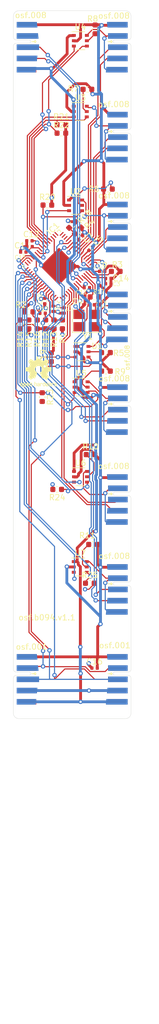
<source format=kicad_pcb>
(kicad_pcb (version 20221018) (generator pcbnew)
  (layers (0 "F.Cu" signal) (1 "In1.Cu" signal) (2 "In2.Cu" signal) (31 "B.Cu" signal) (34 "B.Paste" user) (35 "F.Paste" user) (36 "B.SilkS" user "B.Silkscreen") (37 "F.SilkS" user "F.Silkscreen") (38 "B.Mask" user) (39 "F.Mask" user) (44 "Edge.Cuts" user))
  (net 0 "")
  (net 1 "GND")
  (net 2 "/hub/up_p")
  (net 3 "/hub/up_m")
  (net 4 "/hub/p6_p")
  (net 5 "/hub/p6_m")
  (net 6 "Net-(IC1-VDD18)")
  (net 7 "Net-(IC1-XTAL1{slash}CLKIN)")
  (net 8 "Net-(IC1-VDD18PLL)")
  (net 9 "Net-(IC1-XTAL2)")
  (net 10 "/hub/p3_p")
  (net 11 "/hub/p3_m")
  (net 12 "/hub/p2_p")
  (net 13 "/hub/p2_m")
  (net 14 "/hub/p0_p")
  (net 15 "/hub/p0_m")
  (net 16 "/hub/p1_p")
  (net 17 "/hub/p1_m")
  (net 18 "Net-(IC1-CFG_SEL2)")
  (net 22 "/hub/p5_p")
  (net 23 "/hub/p5_m")
  (net 30 "Net-(IC1-HS_IND{slash}CFG_SEL1)")
  (net 31 "Net-(IC1-SUSP_IND{slash}LOCAL_PWR{slash}NON_REM0)")
  (net 37 "Net-(IC1-RBIAS)")
  (net 44 "/hub/p4_p")
  (net 45 "/hub/p4_m")
  (net 68 "/hub/3.3v")
  (net 70 "/hub/pwren3")
  (net 71 "/hub/fault3")
  (net 72 "/hub/fault2")
  (net 73 "/hub/pwren2")
  (net 74 "/hub/pwren1")
  (net 75 "/hub/fault1")
  (net 76 "/hub/fault0")
  (net 77 "/hub/pwren0")
  (net 78 "/hub/pwren4")
  (net 79 "/hub/fault4")
  (net 80 "/hub/pwren6")
  (net 81 "/hub/fault6")
  (net 82 "/hub/fault5")
  (net 83 "/hub/pwren5")
  (net 84 "/hub/SDA")
  (net 85 "/hub/SCL")
  (net 87 "/hub/~reset")
  (net 90 "/hub/USB_PWR6")
  (net 91 "/hub/USB_PWR3")
  (net 92 "/hub/USB_PWR2")
  (net 93 "/hub/USB_PWR0")
  (net 94 "/hub/USB_PWR1")
  (net 95 "/hub/USB_PWR5")
  (net 96 "/hub/USB_PWR4")
  (net 99 "Net-(U1-ILIMIT)")
  (net 100 "Net-(U2-ILIMIT)")
  (net 101 "Net-(U3-ILIMIT)")
  (net 102 "Net-(U4-ILIMIT)")
  (net 103 "Net-(U5-ILIMIT)")
  (net 104 "/hub/5V")
  (net 105 "Net-(U6-ILIMIT)")
  (net 106 "Net-(U7-ILIMIT)")
  (footprint "on_edge:on_edge_2x05_device" (layer "F.Cu") (at 100 66.5 -90)
    (fp_text reference "J1")
    (fp_text value "008_USB_2x2")
    (fp_line (start -4 0) (end -1.8 0) (stroke (width 0.05)) (layer "Edge.Cuts"))
    (fp_line (start -1.3 -2.8) (end -1.3 -0.5) (stroke (width 0.05)) (layer "Edge.Cuts"))
    (fp_line (start -0.7 -0.5) (end -0.7 -2.8) (stroke (width 0.05)) (layer "Edge.Cuts"))
    (fp_line (start -0.2 0) (end 4 0) (stroke (width 0.05)) (layer "Edge.Cuts"))
    (fp_arc (start -1.3 -2.8) (mid -1 -3.1) (end -0.7 -2.8) (stroke (width 0.05)) (layer "Edge.Cuts"))
    (fp_arc (start -1.3 -0.5) (mid -1.446447 -0.146447) (end -1.8 0) (stroke (width 0.05)) (layer "Edge.Cuts"))
    (fp_arc (start -0.2 0) (mid -0.553553 -0.146447) (end -0.7 -0.5) (stroke (width 0.05)) (layer "Edge.Cuts"))
  )
  (footprint "on_edge:on_edge_2x05_host" (layer "F.Cu") (at 121 66.5 -90)
    (fp_text reference "J3")
    (fp_text value "008_USB_2x2")
    (fp_line (start -4 0) (end -1.8 0) (stroke (width 0.05)) (layer "Edge.Cuts"))
    (fp_line (start -1.3 0.5) (end -1.3 2.9) (stroke (width 0.05)) (layer "Edge.Cuts"))
    (fp_line (start -0.7 2.9) (end -0.7 0.5) (stroke (width 0.05)) (layer "Edge.Cuts"))
    (fp_line (start -0.2 0) (end 4 0) (stroke (width 0.05)) (layer "Edge.Cuts"))
    (fp_arc (start -1.8 0) (mid -1.446447 0.146447) (end -1.3 0.5) (stroke (width 0.05)) (layer "Edge.Cuts"))
    (fp_arc (start -0.7 0.5) (mid -0.553553 0.146447) (end -0.2 0) (stroke (width 0.05)) (layer "Edge.Cuts"))
    (fp_arc (start -0.7 2.9) (mid -1 3.2) (end -1.3 2.9) (stroke (width 0.05)) (layer "Edge.Cuts"))
  )
  (footprint "on_edge:on_edge_2x05_host" (layer "F.Cu") (at 121 82.5 -90)
    (fp_text reference "J4")
    (fp_text value "008_USB_2x2")
    (fp_line (start -4 0) (end -1.8 0) (stroke (width 0.05)) (layer "Edge.Cuts"))
    (fp_line (start -1.3 0.5) (end -1.3 2.9) (stroke (width 0.05)) (layer "Edge.Cuts"))
    (fp_line (start -0.7 2.9) (end -0.7 0.5) (stroke (width 0.05)) (layer "Edge.Cuts"))
    (fp_line (start -0.2 0) (end 4 0) (stroke (width 0.05)) (layer "Edge.Cuts"))
    (fp_arc (start -1.8 0) (mid -1.446447 0.146447) (end -1.3 0.5) (stroke (width 0.05)) (layer "Edge.Cuts"))
    (fp_arc (start -0.7 0.5) (mid -0.553553 0.146447) (end -0.2 0) (stroke (width 0.05)) (layer "Edge.Cuts"))
    (fp_arc (start -0.7 2.9) (mid -1 3.2) (end -1.3 2.9) (stroke (width 0.05)) (layer "Edge.Cuts"))
  )
  (footprint "on_edge:on_edge_2x05_host" (layer "F.Cu") (at 121 114.5 -90)
    (fp_text reference "J5")
    (fp_text value "008_USB_2x2")
    (fp_line (start -4 0) (end -1.8 0) (stroke (width 0.05)) (layer "Edge.Cuts"))
    (fp_line (start -1.3 0.5) (end -1.3 2.9) (stroke (width 0.05)) (layer "Edge.Cuts"))
    (fp_line (start -0.7 2.9) (end -0.7 0.5) (stroke (width 0.05)) (layer "Edge.Cuts"))
    (fp_line (start -0.2 0) (end 4 0) (stroke (width 0.05)) (layer "Edge.Cuts"))
    (fp_arc (start -1.8 0) (mid -1.446447 0.146447) (end -1.3 0.5) (stroke (width 0.05)) (layer "Edge.Cuts"))
    (fp_arc (start -0.7 0.5) (mid -0.553553 0.146447) (end -0.2 0) (stroke (width 0.05)) (layer "Edge.Cuts"))
    (fp_arc (start -0.7 2.9) (mid -1 3.2) (end -1.3 2.9) (stroke (width 0.05)) (layer "Edge.Cuts"))
  )
  (footprint "on_edge:on_edge_2x05_host" (layer "F.Cu") (at 121 98.5 -90)
    (fp_text reference "J6")
    (fp_text value "008_USB_2x2")
    (fp_line (start -4 0) (end -1.8 0) (stroke (width 0.05)) (layer "Edge.Cuts"))
    (fp_line (start -1.3 0.5) (end -1.3 2.9) (stroke (width 0.05)) (layer "Edge.Cuts"))
    (fp_line (start -0.7 2.9) (end -0.7 0.5) (stroke (width 0.05)) (layer "Edge.Cuts"))
    (fp_line (start -0.2 0) (end 4 0) (stroke (width 0.05)) (layer "Edge.Cuts"))
    (fp_arc (start -1.8 0) (mid -1.446447 0.146447) (end -1.3 0.5) (stroke (width 0.05)) (layer "Edge.Cuts"))
    (fp_arc (start -0.7 0.5) (mid -0.553553 0.146447) (end -0.2 0) (stroke (width 0.05)) (layer "Edge.Cuts"))
    (fp_arc (start -0.7 2.9) (mid -1 3.2) (end -1.3 2.9) (stroke (width 0.05)) (layer "Edge.Cuts"))
  )
  (footprint "Symbol:OSHW-Logo2_7.3x6mm_SilkScreen" (layer "F.Cu") (at 104.5 124.3)
    (fp_text reference "l1" hide)
    (fp_text value "Logo_Open_Hardware_Large" hide)
  )
  (footprint "Package_SO:TSOP-6_1.65x3.05mm_P0.95mm" (layer "F.Cu") (at 112.09 127)
    (fp_text reference "U5")
    (fp_text value "TPS2553DDBVR")
  )
  (footprint "Package_DFN_QFN:QFN-64-1EP_9x9mm_P0.5mm_EP4.7x4.7mm" (layer "F.Cu") (at 108.15 105.5 -135)
    (fp_text reference "IC1")
    (fp_text value "USB2517-JZX")
  )
  (footprint "Capacitor_SMD:C_0402_1005Metric" (layer "F.Cu") (at 113.12 109.3)
    (fp_text reference "C11")
    (fp_text value "100nF")
  )
  (footprint "Capacitor_SMD:C_0603_1608Metric" (layer "F.Cu") (at 105.15 128.775 -90)
    (fp_text reference "R23")
    (fp_text value "100k")
  )
  (footprint "Capacitor_SMD:C_0603_1608Metric" (layer "F.Cu") (at 116.875 91.75 180)
    (fp_text reference "R6")
    (fp_text value "20k")
  )
  (footprint "Capacitor_SMD:C_0603_1608Metric" (layer "F.Cu") (at 108.575 81.8)
    (fp_text reference "R22")
    (fp_text value "100k")
  )
  (footprint "Capacitor_SMD:C_0603_1608Metric" (layer "F.Cu") (at 104.25 115.825 90)
    (fp_text reference "R16")
    (fp_text value "d.n.p")
  )
  (footprint "Package_SO:TSOP-6_1.65x3.05mm_P0.95mm" (layer "F.Cu") (at 111.11 94.65)
    (fp_text reference "U2")
    (fp_text value "TPS2553DDBVR")
  )
  (footprint "Package_SO:TSOP-6_1.65x3.05mm_P0.95mm" (layer "F.Cu") (at 111.94 159)
    (fp_text reference "U7")
    (fp_text value "TPS2553DDBVR")
  )
  (footprint "on_edge:on_edge_2x05_host" (layer "F.Cu") (at 121 163 -90)
    (fp_text reference "J2")
    (fp_text value "008_USB_2x2")
    (fp_line (start -4 0) (end -1.8 0) (stroke (width 0.05)) (layer "Edge.Cuts"))
    (fp_line (start -1.3 0.5) (end -1.3 2.9) (stroke (width 0.05)) (layer "Edge.Cuts"))
    (fp_line (start -0.7 2.9) (end -0.7 0.5) (stroke (width 0.05)) (layer "Edge.Cuts"))
    (fp_line (start -0.2 0) (end 4 0) (stroke (width 0.05)) (layer "Edge.Cuts"))
    (fp_arc (start -1.8 0) (mid -1.446447 0.146447) (end -1.3 0.5) (stroke (width 0.05)) (layer "Edge.Cuts"))
    (fp_arc (start -0.7 0.5) (mid -0.553553 0.146447) (end -0.2 0) (stroke (width 0.05)) (layer "Edge.Cuts"))
    (fp_arc (start -0.7 2.9) (mid -1 3.2) (end -1.3 2.9) (stroke (width 0.05)) (layer "Edge.Cuts"))
  )
  (footprint "Capacitor_SMD:C_0402_1005Metric" (layer "F.Cu") (at 115.85 106.4)
    (fp_text reference "C9")
    (fp_text value "100nF")
  )
  (footprint "Capacitor_SMD:C_0402_1005Metric" (layer "F.Cu") (at 116.945 107.65)
    (fp_text reference "C14")
    (fp_text value "100nF")
  )
  (footprint "Capacitor_SMD:C_0603_1608Metric" (layer "F.Cu") (at 118.275 106.4 180)
    (fp_text reference "R3")
    (fp_text value "12k")
  )
  (footprint "Capacitor_SMD:C_0603_1608Metric" (layer "F.Cu") (at 114.475 110.95)
    (fp_text reference "R17")
    (fp_text value "1M")
  )
  (footprint "Capacitor_SMD:C_0603_1608Metric" (layer "F.Cu") (at 110.501992 98.098008 -135)
    (fp_text reference "R18")
    (fp_text value "d.n.p")
  )
  (footprint "Capacitor_SMD:C_0603_1608Metric" (layer "F.Cu") (at 105.75 115.825 90)
    (fp_text reference "R12")
    (fp_text value "100k")
  )
  (footprint "Package_SO:TSOP-6_1.65x3.05mm_P0.95mm" (layer "F.Cu") (at 111.94 77.95)
    (fp_text reference "U3")
    (fp_text value "TPS2553DDBVR")
  )
  (footprint "Capacitor_SMD:C_0402_1005Metric" (layer "F.Cu") (at 112 100.4 45)
    (fp_text reference "C7")
    (fp_text value "100nF")
  )
  (footprint "Capacitor_SMD:C_0603_1608Metric" (layer "F.Cu") (at 107.25 115.825 90)
    (fp_text reference "R13")
    (fp_text value "d.n.p")
  )
  (footprint "Capacitor_SMD:C_0402_1005Metric" (layer "F.Cu") (at 113.839411 102.310589 45)
    (fp_text reference "C5")
    (fp_text value "100nF")
  )
  (footprint "on_edge:on_edge_2x05_host" (layer "F.Cu") (at 121 131 -90)
    (fp_text reference "J8")
    (fp_text value "008_USB_2x2")
    (fp_line (start -4 0) (end -1.8 0) (stroke (width 0.05)) (layer "Edge.Cuts"))
    (fp_line (start -1.3 0.5) (end -1.3 2.9) (stroke (width 0.05)) (layer "Edge.Cuts"))
    (fp_line (start -0.7 2.9) (end -0.7 0.5) (stroke (width 0.05)) (layer "Edge.Cuts"))
    (fp_line (start -0.2 0) (end 4 0) (stroke (width 0.05)) (layer "Edge.Cuts"))
    (fp_arc (start -1.8 0) (mid -1.446447 0.146447) (end -1.3 0.5) (stroke (width 0.05)) (layer "Edge.Cuts"))
    (fp_arc (start -0.7 0.5) (mid -0.553553 0.146447) (end -0.2 0) (stroke (width 0.05)) (layer "Edge.Cuts"))
    (fp_arc (start -0.7 2.9) (mid -1 3.2) (end -1.3 2.9) (stroke (width 0.05)) (layer "Edge.Cuts"))
  )
  (footprint "Capacitor_SMD:C_0603_1608Metric" (layer "F.Cu") (at 101.25 115.825 90)
    (fp_text reference "R14")
    (fp_text value "d.n.p")
  )
  (footprint "Capacitor_SMD:C_0603_1608Metric" (layer "F.Cu") (at 116.525 120.85)
    (fp_text reference "R5")
    (fp_text value "20k")
  )
  (footprint "Capacitor_SMD:C_0603_1608Metric" (layer "F.Cu") (at 113.65 161.9)
    (fp_text reference "R25")
    (fp_text value "100k")
  )
  (footprint "Capacitor_SMD:C_0603_1608Metric" (layer "F.Cu") (at 106.75 121.675 90)
    (fp_text reference "R19")
    (fp_text value "100k")
  )
  (footprint "on_edge:on_edge_2x05_device" (layer "F.Cu") (at 100 179 -90)
    (fp_text reference "J9")
    (fp_text value "001_I2C")
    (fp_line (start -4 0) (end -1.8 0) (stroke (width 0.05)) (layer "Edge.Cuts"))
    (fp_line (start -1.3 -2.8) (end -1.3 -0.5) (stroke (width 0.05)) (layer "Edge.Cuts"))
    (fp_line (start -0.7 -0.5) (end -0.7 -2.8) (stroke (width 0.05)) (layer "Edge.Cuts"))
    (fp_line (start -0.2 0) (end 4 0) (stroke (width 0.05)) (layer "Edge.Cuts"))
    (fp_arc (start -1.3 -2.8) (mid -1 -3.1) (end -0.7 -2.8) (stroke (width 0.05)) (layer "Edge.Cuts"))
    (fp_arc (start -1.3 -0.5) (mid -1.446447 -0.146447) (end -1.8 0) (stroke (width 0.05)) (layer "Edge.Cuts"))
    (fp_arc (start -0.2 0) (mid -0.553553 -0.146447) (end -0.7 -0.5) (stroke (width 0.05)) (layer "Edge.Cuts"))
  )
  (footprint "Capacitor_SMD:C_0402_1005Metric" (layer "F.Cu") (at 105.6 111.67 -90)
    (fp_text reference "C10")
    (fp_text value "100nF")
  )
  (footprint "Capacitor_SMD:C_0402_1005Metric" (layer "F.Cu") (at 113.03 112.35 180)
    (fp_text reference "C4")
    (fp_text value "16pF")
  )
  (footprint "Capacitor_SMD:C_0603_1608Metric" (layer "F.Cu") (at 111.55 99.15 45)
    (fp_text reference "R4")
    (fp_text value "12k")
  )
  (footprint "Capacitor_SMD:C_0603_1608Metric" (layer "F.Cu") (at 106.075 94.6)
    (fp_text reference "R20")
    (fp_text value "100k")
  )
  (footprint "Capacitor_SMD:C_0402_1005Metric" (layer "F.Cu") (at 105.22 113.85 180)
    (fp_text reference "C13")
    (fp_text value "100nF")
  )
  (footprint "Capacitor_SMD:C_0603_1608Metric" (layer "F.Cu") (at 102.725 113.6 180)
    (fp_text reference "R2")
    (fp_text value "100k")
  )
  (footprint "Capacitor_SMD:C_0402_1005Metric" (layer "F.Cu") (at 114.5 177)
    (fp_text reference "C16")
    (fp_text value "1uF")
  )
  (footprint "Capacitor_SMD:C_0402_1005Metric" (layer "F.Cu") (at 101.78 102.95 180)
    (fp_text reference "C15")
    (fp_text value "100nF")
  )
  (footprint "Capacitor_SMD:C_0603_1608Metric" (layer "F.Cu") (at 108.75 115.825 -90)
    (fp_text reference "R1")
    (fp_text value "100k")
  )
  (footprint "Capacitor_SMD:C_0402_1005Metric" (layer "F.Cu") (at 116.945 108.6)
    (fp_text reference "C3")
    (fp_text value "100nF")
  )
  (footprint "on_edge:on_edge_2x05_host" (layer "F.Cu") (at 121 147 -90)
    (fp_text reference "J7")
    (fp_text value "008_USB_2x2")
    (fp_line (start -4 0) (end -1.8 0) (stroke (width 0.05)) (layer "Edge.Cuts"))
    (fp_line (start -1.3 0.5) (end -1.3 2.9) (stroke (width 0.05)) (layer "Edge.Cuts"))
    (fp_line (start -0.7 2.9) (end -0.7 0.5) (stroke (width 0.05)) (layer "Edge.Cuts"))
    (fp_line (start -0.2 0) (end 4 0) (stroke (width 0.05)) (layer "Edge.Cuts"))
    (fp_arc (start -1.8 0) (mid -1.446447 0.146447) (end -1.3 0.5) (stroke (width 0.05)) (layer "Edge.Cuts"))
    (fp_arc (start -0.7 0.5) (mid -0.553553 0.146447) (end -0.2 0) (stroke (width 0.05)) (layer "Edge.Cuts"))
    (fp_arc (start -0.7 2.9) (mid -1 3.2) (end -1.3 2.9) (stroke (width 0.05)) (layer "Edge.Cuts"))
  )
  (footprint "Capacitor_SMD:C_0603_1608Metric" (layer "F.Cu") (at 108.575 80.3)
    (fp_text reference "R21")
    (fp_text value "100k")
  )
  (footprint "Capacitor_SMD:C_0603_1608Metric" (layer "F.Cu") (at 114.225 155)
    (fp_text reference "R11")
    (fp_text value "20k")
  )
  (footprint "Capacitor_SMD:C_0603_1608Metric" (layer "F.Cu") (at 107.825 145.2 180)
    (fp_text reference "R24")
    (fp_text value "100k")
  )
  (footprint "Package_SO:TSOP-6_1.65x3.05mm_P0.95mm" (layer "F.Cu") (at 111.96 65.35)
    (fp_text reference "U4")
    (fp_text value "TPS2553DDBVR")
  )
  (footprint "Capacitor_SMD:C_0402_1005Metric" (layer "F.Cu") (at 114.92 112.35)
    (fp_text reference "C2")
    (fp_text value "16pF")
  )
  (footprint "Capacitor_SMD:C_0603_1608Metric" (layer "F.Cu") (at 113.225 74)
    (fp_text reference "R7")
    (fp_text value "20k")
  )
  (footprint "Package_SO:TSOP-6_1.65x3.05mm_P0.95mm" (layer "F.Cu") (at 112.25 120.7)
    (fp_text reference "U1")
    (fp_text value "TPS2553DDBVR")
  )
  (footprint "Capacitor_SMD:C_0402_1005Metric" (layer "F.Cu") (at 107.1 113.05 -90)
    (fp_text reference "C8")
    (fp_text value "100nF")
  )
  (footprint "Package_SO:TSOP-6_1.65x3.05mm_P0.95mm" (layer "F.Cu") (at 111.99 142.95)
    (fp_text reference "U6")
    (fp_text value "TPS2553DDBVR")
  )
  (footprint "Capacitor_SMD:C_0402_1005Metric" (layer "F.Cu") (at 109.05 113.35 -90)
    (fp_text reference "C6")
    (fp_text value "100nF")
  )
  (footprint "Capacitor_SMD:C_0603_1608Metric" (layer "F.Cu") (at 114.6 63.325 90)
    (fp_text reference "R8")
    (fp_text value "20k")
  )
  (footprint "on_edge:on_edge_2x05_host" (layer "F.Cu") (at 121 179 -90)
    (fp_text reference "J10")
    (fp_text value "001_I2C")
    (fp_line (start -4 0) (end -1.8 0) (stroke (width 0.05)) (layer "Edge.Cuts"))
    (fp_line (start -1.3 0.5) (end -1.3 2.9) (stroke (width 0.05)) (layer "Edge.Cuts"))
    (fp_line (start -0.7 2.9) (end -0.7 0.5) (stroke (width 0.05)) (layer "Edge.Cuts"))
    (fp_line (start -0.2 0) (end 4 0) (stroke (width 0.05)) (layer "Edge.Cuts"))
    (fp_arc (start -1.8 0) (mid -1.446447 0.146447) (end -1.3 0.5) (stroke (width 0.05)) (layer "Edge.Cuts"))
    (fp_arc (start -0.7 0.5) (mid -0.553553 0.146447) (end -0.2 0) (stroke (width 0.05)) (layer "Edge.Cuts"))
    (fp_arc (start -0.7 2.9) (mid -1 3.2) (end -1.3 2.9) (stroke (width 0.05)) (layer "Edge.Cuts"))
  )
  (footprint "Capacitor_SMD:C_0402_1005Metric" (layer "F.Cu") (at 102.9 102 180)
    (fp_text reference "C1")
    (fp_text value "100nF")
  )
  (footprint "Capacitor_SMD:C_0603_1608Metric" (layer "F.Cu") (at 113.775 139)
    (fp_text reference "R10")
    (fp_text value "20k")
  )
  (footprint "Oscillator:Oscillator_SMD_Abracon_ASE-4Pin_3.2x2.5mm_HandSoldering" (layer "F.Cu") (at 113.075 115.15)
    (fp_text reference "Y1")
    (fp_text value "Crystal_GND24_Small")
  )
  (footprint "Capacitor_SMD:C_0603_1608Metric" (layer "F.Cu") (at 102.75 115.825 -90)
    (fp_text reference "R15")
    (fp_text value "100k")
  )
  (footprint "Capacitor_SMD:C_0603_1608Metric" (layer "F.Cu") (at 116.525 124.15)
    (fp_text reference "R9")
    (fp_text value "20k")
  )
  (footprint "Capacitor_SMD:C_0402_1005Metric" (layer "F.Cu") (at 102.87 100.95 180)
    (fp_text reference "C12")
    (fp_text value "100nF")
  )
  (gr_line (start 100 175) (end 100 78) (stroke (width 0.05)) (layer "Edge.Cuts"))
  (gr_arc (start 120 60) (mid 120.707107 60.292893) (end 121 61) (stroke (width 0.05)) (layer "Edge.Cuts"))
  (gr_arc (start 101 186) (mid 100.292893 185.707107) (end 100 185) (stroke (width 0.05)) (layer "Edge.Cuts"))
  (gr_line (start 100 62.5) (end 100 61) (stroke (width 0.05)) (layer "Edge.Cuts"))
  (gr_line (start 121 175) (end 121 167) (stroke (width 0.05)) (layer "Edge.Cuts"))
  (gr_line (start 121 127) (end 121 118.5) (stroke (width 0.05)) (layer "Edge.Cuts"))
  (gr_line (start 100 185) (end 100 183) (stroke (width 0.05)) (layer "Edge.Cuts"))
  (gr_line (start 121 78.5) (end 121 70.5) (stroke (width 0.05)) (layer "Edge.Cuts"))
  (gr_arc (start 100 61) (mid 100.292893 60.292893) (end 101 60) (stroke (width 0.05)) (layer "Edge.Cuts"))
  (gr_line (start 121 143) (end 121 135) (stroke (width 0.05)) (layer "Edge.Cuts"))
  (gr_line (start 121 62.5) (end 121 61) (stroke (width 0.05)) (layer "Edge.Cuts"))
  (gr_arc (start 121 185) (mid 120.707107 185.707107) (end 120 186) (stroke (width 0.05)) (layer "Edge.Cuts"))
  (gr_line (start 100 78) (end 100 70.5) (stroke (width 0.05)) (layer "Edge.Cuts"))
  (gr_line (start 121 94.5) (end 121 86.5) (stroke (width 0.05)) (layer "Edge.Cuts"))
  (gr_line (start 101 60) (end 120 60) (stroke (width 0.05)) (layer "Edge.Cuts"))
  (gr_line (start 121 183) (end 121 185) (stroke (width 0.05)) (layer "Edge.Cuts"))
  (gr_line (start 120 186) (end 101 186) (stroke (width 0.05)) (layer "Edge.Cuts"))
  (gr_line (start 121 159) (end 121 151) (stroke (width 0.05)) (layer "Edge.Cuts"))
  (gr_line (start 121 110.5) (end 121 102.5) (stroke (width 0.05)) (layer "Edge.Cuts"))
  (gr_text "osf.001" (at 100.35 173.8) (layer "F.SilkS") (effects (font (size 1 1)) (justify left bottom)))
  (gr_text "osf.008" (at 115.1 157.65) (layer "F.SilkS") (effects (font (size 1 1)) (justify left bottom)))
  (gr_text "osf.008" (at 100.2 61.4) (layer "F.SilkS") (effects (font (size 1 1)) (justify left bottom)))
  (gr_text "osf.008" (at 115.05 61.5) (layer "F.SilkS") (effects (font (size 1 1)) (justify left bottom)))
  (gr_text "osf.001" (at 115.2 173.55) (layer "F.SilkS") (effects (font (size 1 1)) (justify left bottom)))
  (gr_text "osf.008" (at 115.05 93.5) (layer "F.SilkS") (effects (font (size 1 1)) (justify left bottom)))
  (gr_text "osf.b094.v1.1" (at 106 168) (layer "F.SilkS") (effects (font (size 1 1))))
  (gr_text "osf.008" (at 115 77.25) (layer "F.SilkS") (effects (font (size 1 1)) (justify left bottom)))
  (gr_text "osf.008" (at 120.8 124.1 90) (layer "F.SilkS") (effects (font (size 0.8 0.8)) (justify left bottom)))
  (gr_text "osf.008" (at 115 141.65) (layer "F.SilkS") (effects (font (size 1 1)) (justify left bottom)))
  (gr_text "osf.008" (at 115.1 126.05) (layer "F.SilkS") (effects (font (size 1 1)) (justify left bottom)))
  (segment (start 102.42 102) (end 101.940001 102) (width 0.5) (layer "F.Cu") (net 1))
  (segment (start 113.419582 109.843431) (end 113.6 109.663013) (width 0.5) (layer "F.Cu") (net 1))
  (segment (start 114.178822 101.881934) (end 114.755378 101.305378) (width 0.5) (layer "F.Cu") (net 1))
  (segment (start 116.990001 105.45) (end 118.1 105.45) (width 0.5) (layer "F.Cu") (net 1))
  (segment (start 104.74 113.540001) (end 104.390935 113.190936) (width 0.5) (layer "F.Cu") (net 1))
  (segment (start 112.098008 98.601992) (end 112.098008 98.847508) (width 0.5) (layer "F.Cu") (net 1))
  (segment (start 111.5 120.7) (end 111.09 120.7) (width 0.5) (layer "F.Cu") (net 1))
  (segment (start 117.3 124.15) (end 115.8 122.65) (width 0.5) (layer "F.Cu") (net 1))
  (segment (start 115.8 122.65) (end 115.55 122.65) (width 0.5) (layer "F.Cu") (net 1))
  (segment (start 112 64.795) (end 112 62.5) (width 0.5) (layer "F.Cu") (net 1))
  (segment (start 117.3 120.85) (end 117.3 120.9) (width 0.5) (layer "F.Cu") (net 1))
  (segment (start 101.940001 102) (end 101.645001 102.295001) (width 0.5) (layer "F.Cu") (net 1))
  (segment (start 117.425 108.6) (end 117.425 108.909999) (width 0.5) (layer "F.Cu") (net 1))
  (segment (start 115.4 112.35) (end 117.25 110.5) (width 0.5) (layer "F.Cu") (net 1))
  (segment (start 114.98 175.02) (end 115 175) (width 0.5) (layer "F.Cu") (net 1))
  (segment (start 101.645001 102.295001) (end 101.3 102.640001) (width 0.5) (layer "F.Cu") (net 1))
  (segment (start 115.05 169.65) (end 115.05 174.95) (width 0.5) (layer "F.Cu") (net 1))
  (segment (start 111.5 105.5) (end 108.15 105.5) (width 0.5) (layer "F.Cu") (net 1))
  (segment (start 116.3 77.05) (end 116.3 77.65) (width 0.5) (layer "F.Cu") (net 1))
  (segment (start 117.425 107.65) (end 117.425 108.6) (width 0.5) (layer "F.Cu") (net 1))
  (segment (start 109.05 113.83) (end 108.18 113.83) (width 0.5) (layer "F.Cu") (net 1))
  (segment (start 115.154652 108.349177) (end 115.154652 108.554652) (width 0.5) (layer "F.Cu") (net 1))
  (segment (start 112 62.5) (end 115.65 62.5) (width 0.5) (layer "F.Cu") (net 1))
  (segment (start 107.88 113.53) (end 107.95 113.6) (width 0.5) (layer "F.Cu") (net 1))
  (segment (start 118.6 127.05) (end 118.65 127) (width 0.5) (layer "F.Cu") (net 1))
  (segment (start 111.63 142.705) (end 111.63 142.42) (width 0.5) (layer "F.Cu") (net 1))
  (segment (start 117.15 78.5) (end 118.65 78.5) (width 0.5) (layer "F.Cu") (net 1))
  (segment (start 112.6 86.8) (end 109 90.4) (width 0.5) (layer "F.Cu") (net 1))
  (segment (start 106.974435 100.435348) (end 107.3 100.760913) (width 0.2) (layer "F.Cu") (net 1))
  (segment (start 115.5 117.05) (end 114.65 116.2) (width 0.5) (layer "F.Cu") (net 1))
  (segment (start 118.65 110.5) (end 117.1 110.5) (width 0.5) (layer "F.Cu") (net 1))
  (segment (start 104.390935 113.190936) (end 104.390935 112.848308) (width 0.5) (layer "F.Cu") (net 1))
  (segment (start 119.05 106.4) (end 117.8 107.65) (width 0.5) (layer "F.Cu") (net 1))
  (segment (start 102.35 175) (end 115 175) (width 0.5) (layer "F.Cu") (net 1))
  (segment (start 114.30256 128.49744) (end 113.95 128.85) (width 0.5) (layer "F.Cu") (net 1))
  (segment (start 101.645001 102.285001) (end 101.605272 102.245272) (width 0.5) (layer "F.Cu") (net 1))
  (segment (start 112.1 141.95) (end 112.1 138.45) (width 0.5) (layer "F.Cu") (net 1))
  (segment (start 115.05 169.65) (end 115.55 169.15) (width 0.5) (layer "F.Cu") (net 1))
  (segment (start 109.55 74.5) (end 111.05 73) (width 0.5) (layer "F.Cu") (net 1))
  (segment (start 107.95 105.3) (end 108.15 105.5) (width 0.5) (layer "F.Cu") (net 1))
  (segment (start 114.98 177) (end 114.98 175.02) (width 0.5) (layer "F.Cu") (net 1))
  (segment (start 111.395 127) (end 110.84 127) (width 0.5) (layer "F.Cu") (net 1))
  (segment (start 111.9 113.15) (end 111.9 114) (width 0.5) (layer "F.Cu") (net 1))
  (segment (start 109.6 159) (end 109.55 158.95) (width 0.5) (layer "F.Cu") (net 1))
  (segment (start 109.13 94.65) (end 109.98 94.65) (width 0.5) (layer "F.Cu") (net 1))
  (segment (start 110.84 159) (end 109.6 159) (width 0.5) (layer "F.Cu") (net 1))
  (segment (start 118.55 62.6) (end 118.65 62.5) (width 0.5) (layer "F.Cu") (net 1))
  (segment (start 117.425 108.909999) (end 116.467499 109.867499) (width 0.5) (layer "F.Cu") (net 1))
  (segment (start 114.55 139) (end 115.55 140) (width 0.5) (layer "F.Cu") (net 1))
  (segment (start 115 175) (end 118.65 175) (width 0.5) (layer "F.Cu") (net 1))
  (segment (start 112.78 112.27) (end 111.9 113.15) (width 0.5) (layer "F.Cu") (net 1))
  (segment (start 115.5 117.5) (end 115.5 117.05) (width 0.5) (layer "F.Cu") (net 1))
  (segment (start 115.35 100.710756) (end 114.755378 101.305378) (width 0.5) (layer "F.Cu") (net 1))
  (segment (start 112.339411 99.811089) (end 112.7005 99.45) (width 0.5) (layer "F.Cu") (net 1))
  (segment (start 116.15 94.5) (end 115.35 95.3) (width 0.5) (layer "F.Cu") (net 1))
  (segment (start 115.55 127.05) (end 118.6 127.05) (width 0.5) (layer "F.Cu") (net 1))
  (segment (start 114 74.7) (end 114.15 74.85) (width 0.5) (layer "F.Cu") (net 1))
  (segment (start 107.1 113.53) (end 107.88 113.53) (width 0.5) (layer "F.Cu") (net 1))
  (segment (start 111.335 143) (end 111.63 142.705) (width 0.5) (layer "F.Cu") (net 1))
  (segment (start 101.95 113.125) (end 101.95 113.6) (width 0.5) (layer "F.Cu") (net 1))
  (segment (start 117.3 120.9) (end 115.55 122.65) (width 0.5) (layer "F.Cu") (net 1))
  (segment (start 112.098008 98.847508) (end 112.7005 99.45) (width 0.5) (layer "F.Cu") (net 1))
  (segment (start 101.3 102.640001) (end 101.3 102.95) (width 0.5) (layer "F.Cu") (net 1))
  (segment (start 103.199059 112.06099) (end 103.01401 112.06099) (width 0.5) (layer "F.Cu") (net 1))
  (segment (start 109 90.4) (end 109 94.52) (width 0.5) (layer "F.Cu") (net 1))
  (segment (start 116.3 77.65) (end 117.15 78.5) (width 0.5) (layer "F.Cu") (net 1))
  (segment (start 112.45 128.655) (end 112.45 128.055) (width 0.5) (layer "F.Cu") (net 1))
  (segment (start 104.74 113.85) (end 104.74 113.540001) (width 0.5) (layer "F.Cu") (net 1))
  (segment (start 104.95 105.3) (end 107.95 105.3) (width 0.5) (layer "F.Cu") (net 1))
  (segment (start 102.39 100.95) (end 102.39 101.97) (width 0.5) (layer "F.Cu") (net 1))
  (segment (start 112.339411 100.060589) (end 112.339411 99.811089) (width 0.5) (layer "F.Cu") (net 1))
  (segment (start 102.39 101.97) (end 102.42 102) (width 0.5) (layer "F.Cu") (net 1))
  (segment (start 113.6 109.663013) (end 113.6 109.3) (width 0.5) (layer "F.Cu") (net 1))
  (segment (start 116.15 94.5) (end 116.15 87.15) (width 0.5) (layer "F.Cu") (net 1))
  (segment (start 109 94.52) (end 109.13 94.65) (width 0.5) (layer "F.Cu") (net 1))
  (segment (start 102.75 117.3005) (end 103.1995 117.75) (width 0.5) (layer "F.Cu") (net 1))
  (segment (start 118.65 94.5) (end 116.15 94.5) (width 0.5) (layer "F.Cu") (net 1))
  (segment (start 114.30256 128.3995) (end 114.30256 128.49744) (width 0.5) (layer "F.Cu") (net 1))
  (segment (start 109.55 77.155) (end 109.55 74.5) (width 0.5) (layer "F.Cu") (net 1))
  (segment (start 108.75 117.65) (end 108.75 116.6) (width 0.5) (layer "F.Cu") (net 1))
  (segment (start 110.84 78) (end 110.395 78) (width 0.5) (layer "F.Cu") (net 1))
  (segment (start 118.1 105.45) (end 119.05 106.4) (width 0.5) (layer "F.Cu") (net 1))
  (segment (start 112.1 138.45) (end 112.475 138.075) (width 0.5) (layer "F.Cu") (net 1))
  (segment (start 113 73) (end 114 74) (width 0.5) (layer "F.Cu") (net 1))
  (segment (start 116.15 87.15) (end 115.7 86.7) (width 0.5) (layer "F.Cu") (net 1))
  (segment (start 112.645 128.85) (end 112.45 128.655) (width 0.5) (layer "F.Cu") (net 1))
  (segment (start 116.33 106.4) (end 116.33 106.110001) (width 0.5) (layer "F.Cu") (net 1))
  (segment (start 112 106) (end 111.5 105.5) (width 0.5) (layer "F.Cu") (net 1))
  (segment (start 115.75 62.6) (end 118.55 62.6) (width 0.5) (layer "F.Cu") (net 1))
  (segment (start 110.395 78) (end 109.55 77.155) (width 0.5) (layer "F.Cu") (net 1))
  (segment (start 115.55 159.05) (end 118.6 159.05) (width 0.5) (layer "F.Cu") (net 1))
  (segment (start 117.8 107.65) (end 117.425 107.65) (width 0.5) (layer "F.Cu") (net 1))
  (segment (start 112.8 110.414172) (end 112.8 111.911734) (width 0.5) (layer "F.Cu") (net 1))
  (segment (start 115.154652 108.554652) (end 116.467499 109.867499) (width 0.5) (layer "F.Cu") (net 1))
  (segment (start 115.35 95.3) (end 115.35 100.710756) (width 0.5) (layer "F.Cu") (net 1))
  (segment (start 118.55 143.1) (end 118.65 143) (width 0.5) (layer "F.Cu") (net 1))
  (segment (start 102.35 62.5) (end 112 62.5) (width 0.5) (layer "F.Cu") (net 1))
  (segment (start 111.63 142.42) (end 112.1 141.95) (width 0.5) (layer "F.Cu") (net 1))
  (segment (start 115.05 174.95) (end 115 175) (width 0.5) (layer "F.Cu") (net 1))
  (segment (start 118.6 159.05) (end 118.65 159) (width 0.5) (layer "F.Cu") (net 1))
  (segment (start 114.178822 101.971178) (end 114.178822 101.881934) (width 0.5) (layer "F.Cu") (net 1))
  (segment (start 102.75 116.6) (end 102.75 117.3005) (width 0.5) (layer "F.Cu") (net 1))
  (segment (start 115.55 143.1) (end 118.55 143.1) (width 0.5) (layer "F.Cu") (net 1))
  (segment (start 113.419582 109.843431) (end 113.238013 110.025) (width 0.5) (layer "F.Cu") (net 1))
  (segment (start 115.65 62.5) (end 115.75 62.6) (width 0.5) (layer "F.Cu") (net 1))
  (segment (start 113.189172 110.025) (end 112.8 110.414172) (width 0.5) (layer "F.Cu") (net 1))
  (segment (start 117.1 110.5) (end 116.467499 109.867499) (width 0.5) (layer "F.Cu") (net 1))
  (segment (start 108.18 113.83) (end 107.95 113.6) (width 0.5) (layer "F.Cu") (net 1))
  (segment (start 110.84 143) (end 111.335 143) (width 0.5) (layer "F.Cu") (net 1))
  (segment (start 112.61 122.355) (end 112.61 121.81) (width 0.5) (layer "F.Cu") (net 1))
  (segment (start 103.01401 112.06099) (end 101.95 113.125) (width 0.5) (layer "F.Cu") (net 1))
  (segment (start 115 158.5) (end 115.55 159.05) (width 0.5) (layer "F.Cu") (net 1))
  (segment (start 112.8 111.911734) (end 112.78 111.931734) (width 0.5) (layer "F.Cu") (net 1))
  (segment (start 105.790435 112.9405) (end 105.6 112.750065) (width 0.5) (layer "F.Cu") (net 1))
  (segment (start 117.25 110.5) (end 118.65 110.5) (width 0.5) (layer "F.Cu") (net 1))
  (segment (start 114 74) (end 114 74.7) (width 0.5) (layer "F.Cu") (net 1))
  (segment (start 113.625 138.075) (end 114.55 139) (width 0.5) (layer "F.Cu") (net 1))
  (segment (start 107.3 104.65) (end 108.15 105.5) (width 0.2) (layer "F.Cu") (net 1))
  (segment (start 113.238013 110.025) (end 113.189172 110.025) (width 0.5) (layer "F.Cu") (net 1))
  (segment (start 112.475 138.075) (end 113.625 138.075) (width 0.5) (layer "F.Cu") (net 1))
  (segment (start 111.05 73) (end 113 73) (width 0.5) (layer "F.Cu") (net 1))
  (segment (start 115 155) (end 115 158.5) (width 0.5) (layer "F.Cu") (net 1))
  (segment (start 110.85 65.39) (end 111.405 65.39) (width 0.5) (layer "F.Cu") (net 1))
  (segment (start 112.759502 122.504502) (end 112.61 122.355) (width 0.5) (layer "F.Cu") (net 1))
  (segment (start 105.6 112.750065) (end 105.6 112.15) (width 0.5) (layer "F.Cu") (net 1))
  (segment (start 111.405 65.39) (end 112 64.795) (width 0.5) (layer "F.Cu") (net 1))
  (segment (start 116.33 106.110001) (end 116.990001 105.45) (width 0.5) (layer "F.Cu") (net 1))
  (segment (start 101.645001 102.295001) (end 101.645001 102.285001) (width 0.5) (layer "F.Cu") (net 1))
  (segment (start 112.61 121.81) (end 111.5 120.7) (width 0.5) (layer "F.Cu") (net 1))
  (segment (start 113.2 122.504502) (end 112.759502 122.504502) (width 0.5) (layer "F.Cu") (net 1))
  (segment (start 113.95 128.85) (end 112.645 128.85) (width 0.5) (layer "F.Cu") (net 1))
  (segment (start 107.3 100.760913) (end 107.3 104.65) (width 0.2) (layer "F.Cu") (net 1))
  (segment (start 112.45 128.055) (end 111.395 127) (width 0.5) (layer "F.Cu") (net 1))
  (segment (start 115.55 140) (end 115.55 143.1) (width 0.5) (layer "F.Cu") (net 1))
  (segment (start 112.78 111.931734) (end 112.78 112.27) (width 0.5) (layer "F.Cu") (net 1))
  (via (at 115.55 169.15) (size 0.8) (drill 0.4) (layers "F.Cu" "B.Cu") (net 1))
  (via (at 115.5 117.5) (size 0.8) (drill 0.4) (layers "F.Cu" "B.Cu") (net 1))
  (via (at 112.7005 99.45) (size 0.8) (drill 0.4) (layers "F.Cu" "B.Cu") (net 1))
  (via (at 112.6 86.8) (size 0.8) (drill 0.4) (layers "F.Cu" "B.Cu") (net 1))
  (via (at 114.15 74.85) (size 0.8) (drill 0.4) (layers "F.Cu" "B.Cu") (net 1))
  (via (at 108.75 117.65) (size 0.8) (drill 0.4) (layers "F.Cu" "B.Cu") (net 1))
  (via (at 115.7 86.7) (size 0.8) (drill 0.4) (layers "F.Cu" "B.Cu") (net 1))
  (via (at 113.2 122.504502) (size 0.8) (drill 0.4) (layers "F.Cu" "B.Cu") (net 1))
  (via (at 105.790435 112.9405) (size 0.8) (drill 0.4) (layers "F.Cu" "B.Cu") (net 1))
  (via (at 103.199059 112.06099) (size 0.8) (drill 0.4) (layers "F.Cu" "B.Cu") (net 1))
  (via (at 115.55 122.65) (size 0.8) (drill 0.4) (layers "F.Cu" "B.Cu") (net 1))
  (via (at 114.30256 128.3995) (size 0.8) (drill 0.4) (layers "F.Cu" "B.Cu") (net 1))
  (via (at 115.55 127.05) (size 0.8) (drill 0.4) (layers "F.Cu" "B.Cu") (net 1))
  (via (at 103.1995 117.75) (size 0.8) (drill 0.4) (layers "F.Cu" "B.Cu") (net 1))
  (via (at 107.95 113.6) (size 0.8) (drill 0.4) (layers "F.Cu" "B.Cu") (net 1))
  (via (at 115.55 143.1) (size 0.8) (drill 0.4) (layers "F.Cu" "B.Cu") (net 1))
  (via (at 104.390935 112.848308) (size 0.8) (drill 0.4) (layers "F.Cu" "B.Cu") (net 1))
  (via (at 115.55 159.05) (size 0.8) (drill 0.4) (layers "F.Cu" "B.Cu") (net 1))
  (via (at 115.154652 108.349177) (size 0.8) (drill 0.4) (layers "F.Cu" "B.Cu") (net 1))
  (via (at 115.75 62.6) (size 0.8) (drill 0.4) (layers "F.Cu" "B.Cu") (net 1))
  (via (at 113.419582 109.843431) (size 0.8) (drill 0.4) (layers "F.Cu" "B.Cu") (net 1))
  (via (at 112 106) (size 0.8) (drill 0.4) (layers "F.Cu" "B.Cu") (net 1))
  (via (at 114.755378 101.305378) (size 0.8) (drill 0.4) (layers "F.Cu" "B.Cu") (net 1))
  (via (at 101.605272 102.245272) (size 0.8) (drill 0.4) (layers "F.Cu" "B.Cu") (net 1))
  (via (at 116.3 77.05) (size 0.8) (drill 0.4) (layers "F.Cu" "B.Cu") (net 1))
  (via (at 109.55 158.95) (size 0.8) (drill 0.4) (layers "F.Cu" "B.Cu") (net 1))
  (via (at 104.95 105.3) (size 0.8) (drill 0.4) (layers "F.Cu" "B.Cu") (net 1))
  (segment (start 115.1 115.75) (end 115.1 113.45) (width 0.5) (layer "B.Cu") (net 1))
  (segment (start 114.15 105.75) (end 113.936847 105.963153) (width 0.5) (layer "B.Cu") (net 1))
  (segment (start 112.7 86.7) (end 112.6 86.8) (width 0.5) (layer "B.Cu") (net 1))
  (segment (start 115.55 122.65) (end 115.55 117.55) (width 0.5) (layer "B.Cu") (net 1))
  (segment (start 115.154652 108.349177) (end 115.1005 108.295025) (width 0.5) (layer "B.Cu") (net 1))
  (segment (start 114.15 101.910756) (end 114.755378 101.305378) (width 0.5) (layer "B.Cu") (net 1))
  (segment (start 116.3 77.05) (end 115.75 76.5) (width 0.5) (layer "B.Cu") (net 1))
  (segment (start 115.1005 107.2505) (end 114.15 106.3) (width 0.5) (layer "B.Cu") (net 1))
  (segment (start 102.195272 102.245272) (end 101.605272 102.245272) (width 0.5) (layer "B.Cu") (net 1))
  (segment (start 114.15 106.3) (end 114.15 105.75) (width 0.5) (layer "B.Cu") (net 1))
  (segment (start 115.55 117.45) (end 115.55 116.2) (width 0.5) (layer "B.Cu") (net 1))
  (segment (start 115.55 169.15) (end 115.55 159.05) (width 0.5) (layer "B.Cu") (net 1))
  (segment (start 115.0495 128.3995) (end 115.55 128.9) (width 0.5) (layer "B.Cu") (net 1))
  (segment (start 115.5 117.5) (end 115.55 117.45) (width 0.5) (layer "B.Cu") (net 1))
  (segment (start 115.55 143.1) (end 115.55 129.65) (width 0.5) (layer "B.Cu") (net 1))
  (segment (start 113.345498 122.65) (end 115.55 122.65) (width 0.5) (layer "B.Cu") (net 1))
  (segment (start 115.55 159.05) (end 115.55 143.1) (width 0.5) (layer "B.Cu") (net 1))
  (segment (start 114.30256 128.3995) (end 115.0495 128.3995) (width 0.5) (layer "B.Cu") (net 1))
  (segment (start 115.75 74.85) (end 115.2 74.3) (width 0.5) (layer "B.Cu") (net 1))
  (segment (start 115.75 76.5) (end 115.75 74.85) (width 0.5) (layer "B.Cu") (net 1))
  (segment (start 112.7005 99.45) (end 112.9 99.45) (width 0.5) (layer "B.Cu") (net 1))
  (segment (start 114.15 74.85) (end 115.75 74.85) (width 0.5) (layer "B.Cu") (net 1))
  (segment (start 114.15 105.75) (end 114.15 101.910756) (width 0.5) (layer "B.Cu") (net 1))
  (segment (start 113.419582 109.843431) (end 114.493431 109.843431) (width 0.5) (layer "B.Cu") (net 1))
  (segment (start 115.55 127.05) (end 115.55 122.65) (width 0.5) (layer "B.Cu") (net 1))
  (segment (start 115.1 113.45) (end 115.1 110.45) (width 0.5) (layer "B.Cu") (net 1))
  (segment (start 115.2 74.3) (end 115.2 63.15) (width 0.5) (layer "B.Cu") (net 1))
  (segment (start 115.55 128.9) (end 115.55 129.65) (width 0.5) (layer "B.Cu") (net 1))
  (segment (start 115.7 86.7) (end 115.7 77.65) (width 0.5) (layer "B.Cu") (net 1))
  (segment (start 115.1 110.45) (end 115.154652 110.395348) (width 0.5) (layer "B.Cu") (net 1))
  (segment (start 115.55 167.852082) (end 115.55 169.15) (width 0.5) (layer "B.Cu") (net 1))
  (segment (start 113.936847 105.963153) (end 112.036847 105.963153) (width 0.5) (layer "B.Cu") (net 1))
  (segment (start 115.1005 108.295025) (end 115.1005 107.2505) (width 0.5) (layer "B.Cu") (net 1))
  (segment (start 115.55 116.2) (end 115.1 115.75) (width 0.5) (layer "B.Cu") (net 1))
  (segment (start 112.036847 105.963153) (end 112 106) (width 0.5) (layer "B.Cu") (net 1))
  (segment (start 115.7 86.7) (end 112.7 86.7) (width 0.5) (layer "B.Cu") (net 1))
  (segment (start 115.154652 110.395348) (end 115.154652 108.349177) (width 0.5) (layer "B.Cu") (net 1))
  (segment (start 115.55 117.55) (end 115.5 117.5) (width 0.5) (layer "B.Cu") (net 1))
  (segment (start 115.55 129.65) (end 115.55 127.05) (width 0.5) (layer "B.Cu") (net 1))
  (segment (start 104.95 105) (end 102.195272 102.245272) (width 0.5) (layer "B.Cu") (net 1))
  (segment (start 115.2 63.15) (end 115.75 62.6) (width 0.5) (layer "B.Cu") (net 1))
  (segment (start 114.493431 109.843431) (end 115.1 110.45) (width 0.5) (layer "B.Cu") (net 1))
  (segment (start 109.55 161.852082) (end 115.55 167.852082) (width 0.5) (layer "B.Cu") (net 1))
  (segment (start 104.95 105.3) (end 104.95 105) (width 0.5) (layer "B.Cu") (net 1))
  (segment (start 109.55 158.95) (end 109.55 161.852082) (width 0.5) (layer "B.Cu") (net 1))
  (segment (start 115.7 77.65) (end 116.3 77.05) (width 0.5) (layer "B.Cu") (net 1))
  (segment (start 112.9 99.45) (end 114.755378 101.305378) (width 0.5) (layer "B.Cu") (net 1))
  (segment (start 113.2 122.504502) (end 113.345498 122.65) (width 0.5) (layer "B.Cu") (net 1))
  (segment (start 111.233884 106.816117) (end 112.153992 107.736225) (width 0.2) (layer "F.Cu") (net 2))
  (segment (start 104.75 66.5) (end 102.35 66.5) (width 0.2) (layer "F.Cu") (net 2))
  (segment (start 106.15 67.9) (end 104.75 66.5) (width 0.2) (layer "F.Cu") (net 2))
  (segment (start 111.233883 106.816117) (end 111.233884 106.816117) (width 0.2) (layer "F.Cu") (net 2))
  (via (at 106.15 67.9) (size 0.8) (drill 0.4) (layers "F.Cu" "B.Cu") (net 2))
  (via (at 111.233883 106.816117) (size 0.8) (drill 0.4) (layers "F.Cu" "B.Cu") (net 2))
  (segment (start 111.838428 73.588428) (end 106.15 67.9) (width 0.2) (layer "B.Cu") (net 2))
  (segment (start 110.65 104.993502) (end 111.838428 103.805074) (width 0.2) (layer "B.Cu") (net 2))
  (segment (start 111.233883 106.816117) (end 110.65 106.232234) (width 0.2) (layer "B.Cu") (net 2))
  (segment (start 111.838428 103.805074) (end 111.838428 73.588428) (width 0.2) (layer "B.Cu") (net 2))
  (segment (start 110.65 106.232234) (end 110.65 104.993502) (width 0.2) (layer "B.Cu") (net 2))
  (segment (start 105.6 68.5) (end 105.8 68.7) (width 0.2) (layer "F.Cu") (net 3))
  (segment (start 111.329029 107.618369) (end 111.800439 108.089779) (width 0.2) (layer "F.Cu") (net 3))
  (segment (start 102.35 68.5) (end 105.6 68.5) (width 0.2) (layer "F.Cu") (net 3))
  (segment (start 106.1 69) (end 106.25 69) (width 0.2) (layer "F.Cu") (net 3))
  (segment (start 110.637731 107.618369) (end 111.329029 107.618369) (width 0.2) (layer "F.Cu") (net 3))
  (segment (start 105.8 68.7) (end 106.1 69) (width 0.2) (layer "F.Cu") (net 3))
  (via (at 110.637731 107.618369) (size 0.8) (drill 0.4) (layers "F.Cu" "B.Cu") (net 3))
  (via (at 106.25 69) (size 0.8) (drill 0.4) (layers "F.Cu" "B.Cu") (net 3))
  (segment (start 110.637731 107.618369) (end 110.25 107.230638) (width 0.2) (layer "B.Cu") (net 3))
  (segment (start 106.684314 69) (end 106.25 69) (width 0.2) (layer "B.Cu") (net 3))
  (segment (start 110.25 107.230638) (end 110.25 104.827818) (width 0.2) (layer "B.Cu") (net 3))
  (segment (start 110.25 104.827818) (end 111.438428 103.639389) (width 0.2) (layer "B.Cu") (net 3))
  (segment (start 111.438428 73.754114) (end 106.684314 69) (width 0.2) (layer "B.Cu") (net 3))
  (segment (start 111.438428 103.639389) (end 111.438428 73.754114) (width 0.2) (layer "B.Cu") (net 3))
  (segment (start 111.65 111.392254) (end 111.65 109.353553) (width 0.2) (layer "F.Cu") (net 4))
  (segment (start 114.7005 163.950497) (end 115.650997 163) (width 0.2) (layer "F.Cu") (net 4))
  (segment (start 111.8995 111.641754) (end 111.65 111.392254) (width 0.2) (layer "F.Cu") (net 4))
  (segment (start 111.65 109.353553) (end 111.093332 108.796885) (width 0.2) (layer "F.Cu") (net 4))
  (segment (start 115.650997 163) (end 118.65 163) (width 0.2) (layer "F.Cu") (net 4))
  (via (at 114.7005 163.950497) (size 0.8) (drill 0.4) (layers "F.Cu" "B.Cu") (net 4))
  (via (at 111.8995 111.641754) (size 0.8) (drill 0.4) (layers "F.Cu" "B.Cu") (net 4))
  (segment (start 114.0005 152.36005) (end 114.3 152.06055) (width 0.2) (layer "B.Cu") (net 4))
  (segment (start 114.7005 163.950497) (end 114.85 163.800997) (width 0.2) (layer "B.Cu") (net 4))
  (segment (start 114.3 152.06055) (end 114.3 143.8299) (width 0.2) (layer "B.Cu") (net 4))
  (segment (start 114.85 163.800997) (end 114.85 153.78945) (width 0.2) (layer "B.Cu") (net 4))
  (segment (start 111.35 127.42684) (end 111.35 118.85) (width 0.2) (layer "B.Cu") (net 4))
  (segment (start 114.3 142.3701) (end 114.3 140.363593) (width 0.2) (layer "B.Cu") (net 4))
  (segment (start 114.0005 140.064093) (end 114.0005 130.07734) (width 0.2) (layer "B.Cu") (net 4))
  (segment (start 114.3 143.8299) (end 114.15 143.6799) (width 0.2) (layer "B.Cu") (net 4))
  (segment (start 114.15 143.6799) (end 114.15 142.520101) (width 0.2) (layer "B.Cu") (net 4))
  (segment (start 114.3 140.363593) (end 114.0005 140.064093) (width 0.2) (layer "B.Cu") (net 4))
  (segment (start 114.15 142.520101) (end 114.3 142.3701) (width 0.2) (layer "B.Cu") (net 4))
  (segment (start 111.8 111.741254) (end 111.8995 111.641754) (width 0.2) (layer "B.Cu") (net 4))
  (segment (start 111.8 112.9) (end 111.8 111.741254) (width 0.2) (layer "B.Cu") (net 4))
  (segment (start 114.0005 152.93995) (end 114.0005 152.36005) (width 0.2) (layer "B.Cu") (net 4))
  (segment (start 112.75 113.850001) (end 111.8 112.9) (width 0.2) (layer "B.Cu") (net 4))
  (segment (start 114.85 153.78945) (end 114.0005 152.93995) (width 0.2) (layer "B.Cu") (net 4))
  (segment (start 114.0005 130.07734) (end 111.35 127.42684) (width 0.2) (layer "B.Cu") (net 4))
  (segment (start 111.35 118.85) (end 112.75 117.45) (width 0.2) (layer "B.Cu") (net 4))
  (segment (start 112.75 117.45) (end 112.75 113.850001) (width 0.2) (layer "B.Cu") (net 4))
  (segment (start 111.1 112.625498) (end 111.2 112.525498) (width 0.2) (layer "F.Cu") (net 5))
  (segment (start 111.2 112.525498) (end 111.2 109.61066) (width 0.2) (layer "F.Cu") (net 5))
  (segment (start 111.2 109.61066) (end 110.739779 109.150439) (width 0.2) (layer "F.Cu") (net 5))
  (segment (start 114.7505 165) (end 118.65 165) (width 0.2) (layer "F.Cu") (net 5))
  (segment (start 114.7005 164.95) (end 114.7505 165) (width 0.2) (layer "F.Cu") (net 5))
  (via (at 114.7005 164.95) (size 0.8) (drill 0.4) (layers "F.Cu" "B.Cu") (net 5))
  (via (at 111.1 112.625498) (size 0.8) (drill 0.4) (layers "F.Cu" "B.Cu") (net 5))
  (segment (start 113.9 151.894864) (end 113.9 143.995586) (width 0.2) (layer "B.Cu") (net 5))
  (segment (start 114.7005 164.95) (end 114.0005 164.25) (width 0.2) (layer "B.Cu") (net 5))
  (segment (start 112.35 117.284314) (end 112.35 114.015686) (width 0.2) (layer "B.Cu") (net 5))
  (segment (start 113.6005 153.105636) (end 113.6005 152.194365) (width 0.2) (layer "B.Cu") (net 5))
  (segment (start 114.45 153.955136) (end 113.6005 153.105636) (width 0.2) (layer "B.Cu") (net 5))
  (segment (start 114.0005 162.96005) (end 114.45 162.51055) (width 0.2) (layer "B.Cu") (net 5))
  (segment (start 113.6 130.242526) (end 110.95 127.592526) (width 0.2) (layer "B.Cu") (net 5))
  (segment (start 112.35 114.015686) (end 111.4 113.065686) (width 0.2) (layer "B.Cu") (net 5))
  (segment (start 113.6005 152.194365) (end 113.9 151.894864) (width 0.2) (layer "B.Cu") (net 5))
  (segment (start 113.9 143.995586) (end 113.6 143.695586) (width 0.2) (layer "B.Cu") (net 5))
  (segment (start 114.0005 164.25) (end 114.0005 162.96005) (width 0.2) (layer "B.Cu") (net 5))
  (segment (start 110.95 127.592526) (end 110.95 118.684315) (width 0.2) (layer "B.Cu") (net 5))
  (segment (start 113.6 143.695586) (end 113.6 130.242526) (width 0.2) (layer "B.Cu") (net 5))
  (segment (start 111.4 113.065686) (end 111.4 112.925498) (width 0.2) (layer "B.Cu") (net 5))
  (segment (start 111.4 112.925498) (end 111.1 112.625498) (width 0.2) (layer "B.Cu") (net 5))
  (segment (start 114.45 162.51055) (end 114.45 153.955136) (width 0.2) (layer "B.Cu") (net 5))
  (segment (start 110.95 118.684315) (end 112.35 117.284314) (width 0.2) (layer "B.Cu") (net 5))
  (segment (start 103.58 102.2) (end 103.38 102) (width 0.2) (layer "F.Cu") (net 6))
  (segment (start 104.853115 102.556668) (end 104.496447 102.2) (width 0.2) (layer "F.Cu") (net 6))
  (segment (start 103.38 102) (end 102.43 102.95) (width 0.2) (layer "F.Cu") (net 6))
  (segment (start 104.496447 102.2) (end 103.58 102.2) (width 0.2) (layer "F.Cu") (net 6))
  (segment (start 102.43 102.95) (end 102.26 102.95) (width 0.2) (layer "F.Cu") (net 6))
  (segment (start 114.58 108.74802) (end 114.58 110.02) (width 0.2) (layer "F.Cu") (net 7))
  (segment (start 115.25 110.69) (end 115.25 111.563866) (width 0.2) (layer "F.Cu") (net 7))
  (segment (start 114.65 112.163866) (end 114.65 114) (width 0.2) (layer "F.Cu") (net 7))
  (segment (start 114.58 110.02) (end 115.25 110.69) (width 0.2) (layer "F.Cu") (net 7))
  (segment (start 112.861099 107.029118) (end 114.58 108.74802) (width 0.2) (layer "F.Cu") (net 7))
  (segment (start 115.25 111.563866) (end 114.65 112.163866) (width 0.2) (layer "F.Cu") (net 7))
  (segment (start 114.039087 107.5) (end 116.315 107.5) (width 0.2) (layer "F.Cu") (net 8))
  (segment (start 116.315 107.5) (end 116.465 107.65) (width 0.2) (layer "F.Cu") (net 8))
  (segment (start 116.465 107.65) (end 116.465 108.6) (width 0.2) (layer "F.Cu") (net 8))
  (segment (start 113.214652 106.675565) (end 114.039087 107.5) (width 0.2) (layer "F.Cu") (net 8))
  (segment (start 113.55 112.31) (end 113.15 112.71) (width 0.2) (layer "F.Cu") (net 9))
  (segment (start 113.55 111.1) (end 113.55 112.31) (width 0.2) (layer "F.Cu") (net 9))
  (segment (start 113.15 114.8) (end 113.025 114.925) (width 0.2) (layer "F.Cu") (net 9))
  (segment (start 112.507546 107.382672) (end 112.618806 107.382672) (width 0.2) (layer "F.Cu") (net 9))
  (segment (start 113.025 114.925) (end 113.025 115.025) (width 0.2) (layer "F.Cu") (net 9))
  (segment (start 112.618806 107.382672) (end 114.18 108.943866) (width 0.2) (layer "F.Cu") (net 9))
  (segment (start 113.025 115.025) (end 111.9 116.15) (width 0.2) (layer "F.Cu") (net 9))
  (segment (start 111.9 116.15) (end 111.9 116.2) (width 0.2) (layer "F.Cu") (net 9))
  (segment (start 114.18 108.943866) (end 114.18 110.47) (width 0.2) (layer "F.Cu") (net 9))
  (segment (start 114.18 110.47) (end 113.55 111.1) (width 0.2) (layer "F.Cu") (net 9))
  (segment (start 113.15 112.71) (end 113.15 114.8) (width 0.2) (layer "F.Cu") (net 9))
  (segment (start 117.4 66.5) (end 115.15 68.75) (width 0.2) (layer "F.Cu") (net 10))
  (segment (start 115.1 70.65) (end 115.1 78.65) (width 0.2) (layer "F.Cu") (net 10))
  (segment (start 113.4 80.35) (end 113.4 99.896447) (width 0.2) (layer "F.Cu") (net 10))
  (segment (start 113.4 99.896447) (end 111.093332 102.203115) (width 0.2) (layer "F.Cu") (net 10))
  (segment (start 115.15 70.6) (end 115.1 70.65) (width 0.2) (layer "F.Cu") (net 10))
  (segment (start 118.65 66.5) (end 117.4 66.5) (width 0.2) (layer "F.Cu") (net 10))
  (segment (start 115.15 68.75) (end 115.15 70.6) (width 0.2) (layer "F.Cu") (net 10))
  (segment (start 115.1 78.65) (end 113.4 80.35) (width 0.2) (layer "F.Cu") (net 10))
  (segment (start 115.5 78.55) (end 115.55 78.5) (width 0.2) (layer "F.Cu") (net 11))
  (segment (start 111.446885 102.471743) (end 113.8 100.118628) (width 0.2) (layer "F.Cu") (net 11))
  (segment (start 111.446885 102.556668) (end 111.446885 102.471743) (width 0.2) (layer "F.Cu") (net 11))
  (segment (start 115.55 78.5) (end 115.55 69.65) (width 0.2) (layer "F.Cu") (net 11))
  (segment (start 115.5 78.815686) (end 115.5 78.55) (width 0.2) (layer "F.Cu") (net 11))
  (segment (start 113.8 100.118628) (end 113.8 80.515686) (width 0.2) (layer "F.Cu") (net 11))
  (segment (start 113.8 80.515686) (end 115.5 78.815686) (width 0.2) (layer "F.Cu") (net 11))
  (segment (start 115.55 69.65) (end 116.7 68.5) (width 0.2) (layer "F.Cu") (net 11))
  (segment (start 116.7 68.5) (end 118.65 68.5) (width 0.2) (layer "F.Cu") (net 11))
  (segment (start 111.800439 102.768802) (end 112.107224 102.462017) (width 0.2) (layer "F.Cu") (net 12))
  (segment (start 114.34 100.144314) (end 114.34 86.21) (width 0.2) (layer "F.Cu") (net 12))
  (segment (start 117.2 82.5) (end 118.65 82.5) (width 0.2) (layer "F.Cu") (net 12))
  (segment (start 112.107224 102.462017) (end 112.107224 102.37709) (width 0.2) (layer "F.Cu") (net 12))
  (segment (start 116.35 83.35) (end 117.2 82.5) (width 0.2) (layer "F.Cu") (net 12))
  (segment (start 111.800439 102.910221) (end 111.800439 102.768802) (width 0.2) (layer "F.Cu") (net 12))
  (segment (start 114.34 86.21) (end 116.35 84.2) (width 0.2) (layer "F.Cu") (net 12))
  (segment (start 116.35 84.2) (end 116.35 83.35) (width 0.2) (layer "F.Cu") (net 12))
  (segment (start 112.107224 102.37709) (end 114.34 100.144314) (width 0.2) (layer "F.Cu") (net 12))
  (segment (start 114.74 100.31) (end 114.74 86.41) (width 0.2) (layer "F.Cu") (net 13))
  (segment (start 114.74 86.41) (end 116.65 84.5) (width 0.2) (layer "F.Cu") (net 13))
  (segment (start 112.153992 103.122356) (end 112.507224 102.769124) (width 0.2) (layer "F.Cu") (net 13))
  (segment (start 112.507224 102.769124) (end 112.507224 102.542776) (width 0.2) (layer "F.Cu") (net 13))
  (segment (start 116.65 84.5) (end 118.65 84.5) (width 0.2) (layer "F.Cu") (net 13))
  (segment (start 112.153992 103.263775) (end 112.153992 103.122356) (width 0.2) (layer "F.Cu") (net 13))
  (segment (start 112.507224 102.542776) (end 114.74 100.31) (width 0.2) (layer "F.Cu") (net 13))
  (segment (start 115.85 104.75) (end 115.471203 104.371203) (width 0.2) (layer "F.Cu") (net 14))
  (segment (start 113.874991 104.371203) (end 113.568206 104.677988) (width 0.2) (layer "F.Cu") (net 14))
  (segment (start 116.4245 113.7745) (end 117.15 114.5) (width 0.2) (layer "F.Cu") (net 14))
  (segment (start 117.15 114.5) (end 118.65 114.5) (width 0.2) (layer "F.Cu") (net 14))
  (segment (start 115.471203 104.371203) (end 113.874991 104.371203) (width 0.2) (layer "F.Cu") (net 14))
  (segment (start 116.4245 113.5) (end 116.4245 113.7745) (width 0.2) (layer "F.Cu") (net 14))
  (via (at 115.85 104.75) (size 0.8) (drill 0.4) (layers "F.Cu" "B.Cu") (net 14))
  (via (at 116.4245 113.5) (size 0.8) (drill 0.4) (layers "F.Cu" "B.Cu") (net 14))
  (segment (start 116.3 105.2) (end 115.85 104.75) (width 0.2) (layer "B.Cu") (net 14))
  (segment (start 116.4245 113.5) (end 116.3 113.3755) (width 0.2) (layer "B.Cu") (net 14))
  (segment (start 116.3 113.3755) (end 116.3 105.2) (width 0.2) (layer "B.Cu") (net 14))
  (segment (start 117.95 116.5) (end 118.65 116.5) (width 0.2) (layer "F.Cu") (net 15))
  (segment (start 113.921759 105.028241) (end 113.921759 105.031542) (width 0.2) (layer "F.Cu") (net 15))
  (segment (start 114.9995 105.462306) (end 114.9995 105.03945) (width 0.2) (layer "F.Cu") (net 15))
  (segment (start 116.85 115.4) (end 117.95 116.5) (width 0.2) (layer "F.Cu") (net 15))
  (segment (start 116.4245 115.4) (end 116.85 115.4) (width 0.2) (layer "F.Cu") (net 15))
  (segment (start 114.9995 105.03945) (end 114.731253 104.771203) (width 0.2) (layer "F.Cu") (net 15))
  (segment (start 114.178797 104.771203) (end 113.921759 105.028241) (width 0.2) (layer "F.Cu") (net 15))
  (segment (start 114.731253 104.771203) (end 114.178797 104.771203) (width 0.2) (layer "F.Cu") (net 15))
  (via (at 116.4245 115.4) (size 0.8) (drill 0.4) (layers "F.Cu" "B.Cu") (net 15))
  (via (at 114.9995 105.462306) (size 0.8) (drill 0.4) (layers "F.Cu" "B.Cu") (net 15))
  (segment (start 116.4245 115.4) (end 115.65 114.6255) (width 0.2) (layer "B.Cu") (net 15))
  (segment (start 115.65 110.677817) (end 115.854652 110.473165) (width 0.2) (layer "B.Cu") (net 15))
  (segment (start 115.854652 110.473165) (end 115.854652 106.317458) (width 0.2) (layer "B.Cu") (net 15))
  (segment (start 115.854652 106.317458) (end 114.9995 105.462306) (width 0.2) (layer "B.Cu") (net 15))
  (segment (start 115.65 114.6255) (end 115.65 110.677817) (width 0.2) (layer "B.Cu") (net 15))
  (segment (start 116.5 100.55) (end 116.5 99.05) (width 0.2) (layer "F.Cu") (net 16))
  (segment (start 117.05 98.5) (end 118.65 98.5) (width 0.2) (layer "F.Cu") (net 16))
  (segment (start 113.167885 103.664096) (end 113.385904 103.664096) (width 0.2) (layer "F.Cu") (net 16))
  (segment (start 113.385904 103.664096) (end 116.5 100.55) (width 0.2) (layer "F.Cu") (net 16))
  (segment (start 116.5 99.05) (end 117.05 98.5) (width 0.2) (layer "F.Cu") (net 16))
  (segment (start 112.861099 103.970882) (end 113.167885 103.664096) (width 0.2) (layer "F.Cu") (net 16))
  (segment (start 113.291251 104.324435) (end 117.115686 100.5) (width 0.2) (layer "F.Cu") (net 17))
  (segment (start 117.115686 100.5) (end 118.65 100.5) (width 0.2) (layer "F.Cu") (net 17))
  (segment (start 113.214652 104.324435) (end 113.291251 104.324435) (width 0.2) (layer "F.Cu") (net 17))
  (segment (start 110.770011 99.698008) (end 111.001992 99.698008) (width 0.2) (layer "F.Cu") (net 18))
  (segment (start 109.953984 98.65) (end 111.001992 99.698008) (width 0.2) (layer "F.Cu") (net 18))
  (segment (start 109.953984 98.646016) (end 109.953984 98.65) (width 0.2) (layer "F.Cu") (net 18))
  (segment (start 109.679118 100.788901) (end 110.770011 99.698008) (width 0.2) (layer "F.Cu") (net 18))
  (segment (start 110.386225 109.503992) (end 110.8 109.917767) (width 0.2) (layer "F.Cu") (net 22))
  (segment (start 113.35 147.5) (end 118.15 147.5) (width 0.2) (layer "F.Cu") (net 22))
  (segment (start 110.8 109.917767) (end 110.8 111.8449) (width 0.2) (layer "F.Cu") (net 22))
  (segment (start 110.1 117.9) (end 109.05 118.95) (width 0.2) (layer "F.Cu") (net 22))
  (segment (start 109.05 118.95) (end 109.05 143.2) (width 0.2) (layer "F.Cu") (net 22))
  (segment (start 110.8 111.8449) (end 110.1 112.5449) (width 0.2) (layer "F.Cu") (net 22))
  (segment (start 110.1 112.5449) (end 110.1 117.9) (width 0.2) (layer "F.Cu") (net 22))
  (segment (start 118.15 147.5) (end 118.65 147) (width 0.2) (layer "F.Cu") (net 22))
  (segment (start 109.05 143.2) (end 113.35 147.5) (width 0.2) (layer "F.Cu") (net 22))
  (segment (start 110.4 111.679213) (end 109.66 112.419213) (width 0.2) (layer "F.Cu") (net 23))
  (segment (start 108.65 143.4) (end 113.15 147.9) (width 0.2) (layer "F.Cu") (net 23))
  (segment (start 108.65 118.73995) (end 108.65 143.4) (width 0.2) (layer "F.Cu") (net 23))
  (segment (start 110.032672 109.857546) (end 110.4 110.224874) (width 0.2) (layer "F.Cu") (net 23))
  (segment (start 110.4 110.224874) (end 110.4 111.679213) (width 0.2) (layer "F.Cu") (net 23))
  (segment (start 109.66 112.419213) (end 109.66 117.72995) (width 0.2) (layer "F.Cu") (net 23))
  (segment (start 116.6 147.9) (end 117.7 149) (width 0.2) (layer "F.Cu") (net 23))
  (segment (start 117.7 149) (end 118.65 149) (width 0.2) (layer "F.Cu") (net 23))
  (segment (start 113.15 147.9) (end 116.6 147.9) (width 0.2) (layer "F.Cu") (net 23))
  (segment (start 109.66 117.72995) (end 108.65 118.73995) (width 0.2) (layer "F.Cu") (net 23))
  (segment (start 103.95 110.477819) (end 103.95 112.299293) (width 0.2) (layer "F.Cu") (net 30))
  (segment (start 105.560221 109.150439) (end 105.253436 109.457224) (width 0.2) (layer "F.Cu") (net 30))
  (segment (start 103.95 112.299293) (end 103.690935 112.558358) (width 0.2) (layer "F.Cu") (net 30))
  (segment (start 103.5 114.3) (end 104.25 115.05) (width 0.2) (layer "F.Cu") (net 30))
  (segment (start 103.690935 112.558358) (end 103.690935 113.409065) (width 0.2) (layer "F.Cu") (net 30))
  (segment (start 104.970595 109.457224) (end 103.95 110.477819) (width 0.2) (layer "F.Cu") (net 30))
  (segment (start 103.5 113.6) (end 103.5 114.3) (width 0.2) (layer "F.Cu") (net 30))
  (segment (start 105.253436 109.457224) (end 104.970595 109.457224) (width 0.2) (layer "F.Cu") (net 30))
  (segment (start 103.690935 113.409065) (end 103.5 113.6) (width 0.2) (layer "F.Cu") (net 30))
  (segment (start 106.25 110.581981) (end 106.620882 110.211099) (width 0.2) (layer "F.Cu") (net 31))
  (segment (start 106.25 111.6) (end 106.25 110.581981) (width 0.2) (layer "F.Cu") (net 31))
  (segment (start 108.75 115.05) (end 107.25 115.05) (width 0.2) (layer "F.Cu") (net 31))
  (segment (start 106.49 114.29) (end 106.49 111.84) (width 0.2) (layer "F.Cu") (net 31))
  (segment (start 107.25 115.05) (end 106.49 114.29) (width 0.2) (layer "F.Cu") (net 31))
  (segment (start 106.49 111.84) (end 106.25 111.6) (width 0.2) (layer "F.Cu") (net 31))
  (segment (start 114.256194 107.01) (end 116.89 107.01) (width 0.2) (layer "F.Cu") (net 37))
  (segment (start 116.89 107.01) (end 117.5 106.4) (width 0.2) (layer "F.Cu") (net 37))
  (segment (start 113.568206 106.322012) (end 114.256194 107.01) (width 0.2) (layer "F.Cu") (net 37))
  (segment (start 117.15 131) (end 118.65 131) (width 0.2) (layer "F.Cu") (net 44))
  (segment (start 112.1505 132.293833) (end 115.856167 132.293833) (width 0.2) (layer "F.Cu") (net 44))
  (segment (start 108.55 101.2) (end 108.79924 101.44924) (width 0.2) (layer "F.Cu") (net 44))
  (segment (start 115.856167 132.293833) (end 117.15 131) (width 0.2) (layer "F.Cu") (net 44))
  (segment (start 109.725886 101.44924) (end 110.032672 101.142454) (width 0.2) (layer "F.Cu") (net 44))
  (segment (start 108.79924 101.44924) (end 109.725886 101.44924) (width 0.2) (layer "F.Cu") (net 44))
  (via (at 108.55 101.2) (size 0.8) (drill 0.4) (layers "F.Cu" "B.Cu") (net 44))
  (via (at 112.1505 132.293833) (size 0.8) (drill 0.4) (layers "F.Cu" "B.Cu") (net 44))
  (segment (start 108.7 114.420468) (end 108.7 109.25) (width 0.2) (layer "B.Cu") (net 44))
  (segment (start 108.7 109.25) (end 107.75 108.3) (width 0.2) (layer "B.Cu") (net 44))
  (segment (start 107.75 102) (end 108.55 101.2) (width 0.2) (layer "B.Cu") (net 44))
  (segment (start 107.75 108.3) (end 107.75 102) (width 0.2) (layer "B.Cu") (net 44))
  (segment (start 106.05 117.070469) (end 108.7 114.420468) (width 0.2) (layer "B.Cu") (net 44))
  (segment (start 106.5 124.934314) (end 106.5 121.165686) (width 0.2) (layer "B.Cu") (net 44))
  (segment (start 106.05 120.715686) (end 106.05 117.070469) (width 0.2) (layer "B.Cu") (net 44))
  (segment (start 106.5 121.165686) (end 106.05 120.715686) (width 0.2) (layer "B.Cu") (net 44))
  (segment (start 112.1505 130.584814) (end 106.5 124.934314) (width 0.2) (layer "B.Cu") (net 44))
  (segment (start 112.1505 132.293833) (end 112.1505 130.584814) (width 0.2) (layer "B.Cu") (net 44))
  (segment (start 109.1 102.2) (end 109.682233 102.2) (width 0.2) (layer "F.Cu") (net 45))
  (segment (start 109.682233 102.2) (end 110.386225 101.496008) (width 0.2) (layer "F.Cu") (net 45))
  (segment (start 112.9005 133) (end 118.65 133) (width 0.2) (layer "F.Cu") (net 45))
  (via (at 109.1 102.2) (size 0.8) (drill 0.4) (layers "F.Cu" "B.Cu") (net 45))
  (via (at 112.9005 133) (size 0.8) (drill 0.4) (layers "F.Cu" "B.Cu") (net 45))
  (segment (start 109.1 114.586154) (end 109.1 109.084315) (width 0.2) (layer "B.Cu") (net 45))
  (segment (start 109.1 109.084315) (end 108.15 108.134314) (width 0.2) (layer "B.Cu") (net 45))
  (segment (start 106.9 124.768628) (end 106.9 121) (width 0.2) (layer "B.Cu") (net 45))
  (segment (start 106.45 117.236154) (end 109.1 114.586154) (width 0.2) (layer "B.Cu") (net 45))
  (segment (start 112.85 130.718628) (end 106.9 124.768628) (width 0.2) (layer "B.Cu") (net 45))
  (segment (start 112.85 132.9495) (end 112.85 130.718628) (width 0.2) (layer "B.Cu") (net 45))
  (segment (start 108.15 108.134314) (end 108.15 103) (width 0.2) (layer "B.Cu") (net 45))
  (segment (start 112.9005 133) (end 112.85 132.9495) (width 0.2) (layer "B.Cu") (net 45))
  (segment (start 106.9 121) (end 106.45 120.55) (width 0.2) (layer "B.Cu") (net 45))
  (segment (start 108.15 103) (end 108.95 102.2) (width 0.2) (layer "B.Cu") (net 45))
  (segment (start 108.95 102.2) (end 109.1 102.2) (width 0.2) (layer "B.Cu") (net 45))
  (segment (start 106.45 120.55) (end 106.45 117.236154) (width 0.2) (layer "B.Cu") (net 45))
  (segment (start 106.95 112.42) (end 107.1 112.57) (width 0.2) (layer "F.Cu") (net 68))
  (segment (start 109.05 112.87) (end 109.05 112.463528) (width 0.2) (layer "F.Cu") (net 68))
  (segment (start 106.974435 110.564652) (end 106.667649 110.871438) (width 0.2) (layer "F.Cu") (net 68))
  (segment (start 110.739779 101.849561) (end 111.660589 100.928751) (width 0.2) (layer "F.Cu") (net 68))
  (segment (start 103.5 115.85) (end 104.25 116.6) (width 0.2) (layer "F.Cu") (net 68))
  (segment (start 113.921759 105.968458) (end 114.353301 106.4) (width 0.2) (layer "F.Cu") (net 68))
  (segment (start 107.15 120.5) (end 106.75 120.9) (width 0.5) (layer "F.Cu") (net 68))
  (segment (start 101.25 116.6) (end 102 115.85) (width 0.2) (layer "F.Cu") (net 68))
  (segment (start 104.25 101.246447) (end 103.953553 100.95) (width 0.2) (layer "F.Cu") (net 68))
  (segment (start 112.64 109.3) (end 112.64 108.904435) (width 0.5) (layer "F.Cu") (net 68))
  (segment (start 104.303553 101.3) (end 104.25 101.3) (width 0.2) (layer "F.Cu") (net 68))
  (segment (start 107.15 117.65) (end 107.15 120.5) (width 0.5) (layer "F.Cu") (net 68))
  (segment (start 107.05 145.2) (end 107.05 144.35) (width 0.2) (layer "F.Cu") (net 68))
  (segment (start 107.1 112.57) (end 107.97 112.57) (width 0.2) (layer "F.Cu") (net 68))
  (segment (start 106.85 90.9) (end 106.85 93.3) (width 0.5) (layer "F.Cu") (net 68))
  (segment (start 106.667649 110.871438) (end 106.667649 111.300851) (width 0.2) (layer "F.Cu") (net 68))
  (segment (start 109.35 80.3) (end 109.35 81.8) (width 0.5) (layer "F.Cu") (net 68))
  (segment (start 112.507546 103.617328) (end 112.532672 103.617328) (width 0.25) (layer "F.Cu") (net 68))
  (segment (start 109.9 97.55) (end 109.75 97.4) (width 0.5) (layer "F.Cu") (net 68))
  (segment (start 109.05 112.463528) (end 110 111.513528) (width 0.2) (layer "F.Cu") (net 68))
  (segment (start 113.45 176.15) (end 113.45 176.43) (width 0.5) (layer "F.Cu") (net 68))
  (segment (start 112.20076 103.924114) (end 112.507546 103.617328) (width 0.2) (layer "F.Cu") (net 68))
  (segment (start 112.925032 105.113153) (end 112.537507 105.113153) (width 0.2) (layer "F.Cu") (net 68))
  (segment (start 112.303553 109.3) (end 112.64 109.3) (width 0.2) (layer "F.Cu") (net 68))
  (segment (start 103.953553 100.95) (end 103.35 100.95) (width 0.2) (layer "F.Cu") (net 68))
  (segment (start 112.537507 105.113153) (end 112.20076 104.776406) (width 0.2) (layer "F.Cu") (net 68))
  (segment (start 106.85 93.3) (end 106.85 94.6) (width 0.5) (layer "F.Cu") (net 68))
  (segment (start 104.25 116.6) (end 107.25 116.6) (width 0.5) (layer "F.Cu") (net 68))
  (segment (start 114.425 162.025) (end 114.425 161.9) (width 0.2) (layer "F.Cu") (net 68))
  (segment (start 106.95 111.583202) (end 106.95 112.42) (width 0.2) (layer "F.Cu") (net 68))
  (segment (start 112.20076 104.776406) (end 112.20076 103.924114) (width 0.2) (layer "F.Cu") (net 68))
  (segment (start 109.35 81.8) (end 109.35 88.4) (width 0.5) (layer "F.Cu") (net 68))
  (segment (start 105.6 111.19) (end 105.85 110.94) (width 0.2) (layer "F.Cu") (net 68))
  (segment (start 112.64 108.904435) (end 112.895443 108.648992) (width 0.5) (layer "F.Cu") (net 68))
  (segment (start 113.780337 105.968458) (end 112.925032 105.113153) (width 0.2) (layer "F.Cu") (net 68))
  (segment (start 110 110.531981) (end 109.679118 110.211099) (width 0.2) (layer "F.Cu") (net 68))
  (segment (start 113.4755 162.9745) (end 114.425 162.025) (width 0.2) (layer "F.Cu") (net 68))
  (segment (start 111.446885 108.443332) (end 112.303553 109.3) (width 0.2) (layer "F.Cu") (net 68))
  (segment (start 107.15 117.65) (end 107.15 116.7) (width 0.5) (layer "F.Cu") (net 68))
  (segment (start 105.85 110.94) (end 105.85 110.274874) (width 0.2) (layer "F.Cu") (net 68))
  (segment (start 113.45 176.43) (end 114.02 177) (width 0.5) (layer "F.Cu") (net 68))
  (segment (start 113.921759 105.968458) (end 113.780337 105.968458) (width 0.2) (layer "F.Cu") (net 68))
  (segment (start 104.947538 111.293674) (end 105.051212 111.19) (width 0.2) (layer "F.Cu") (net 68))
  (segment (start 107.15 116.7) (end 107.25 116.6) (width 0.5) (layer "F.Cu") (net 68))
  (segment (start 107.97 112.57) (end 108 112.6) (width 0.2) (layer "F.Cu") (net 68))
  (segment (start 105.206668 102.203115) (end 104.303553 101.3) (width 0.2) (layer "F.Cu") (net 68))
  (segment (start 109.860612 102.728728) (end 110.739779 101.849561) (width 0.2) (layer "F.Cu") (net 68))
  (segment (start 111.05 97.55) (end 109.9 97.55) (width 0.5) (layer "F.Cu") (net 68))
  (segment (start 112.532672 103.617328) (end 113.5 102.65) (width 0.25) (layer "F.Cu") (net 68))
  (segment (start 109.05 112.87) (end 108.27 112.87) (width 0.2) (layer "F.Cu") (net 68))
  (segment (start 114.353301 106.4) (end 115.37 106.4) (width 0.2) (layer "F.Cu") (net 68))
  (segment (start 106.667649 111.300851) (end 106.95 111.583202) (width 0.2) (layer "F.Cu") (net 68))
  (segment (start 102 115.85) (end 103.5 115.85) (width 0.2) (layer "F.Cu") (net 68))
  (segment (start 112.7995 162.9745) (end 113.4755 162.9745) (width 0.2) (layer "F.Cu") (net 68))
  (segment (start 109.35 88.4) (end 106.85 90.9) (width 0.5) (layer "F.Cu") (net 68))
  (segment (start 107.05 144.35) (end 107 144.3) (width 0.2) (layer "F.Cu") (net 68))
  (segment (start 111.660589 100.928751) (end 111.660589 100.739411) (width 0.2) (layer "F.Cu") (net 68))
  (segment (start 108.27 112.87) (end 108 112.6) (width 0.2) (layer "F.Cu") (net 68))
  (segment (start 109.860612 103.039388) (end 109.860612 102.728728) (width 0.2) (layer "F.Cu") (net 68))
  (segment (start 105.85 110.274874) (end 106.267328 109.857546) (width 0.2) (layer "F.Cu") (net 68))
  (segment (start 110 111.513528) (end 110 110.531981) (width 0.2) (layer "F.Cu") (net 68))
  (segment (start 105.051212 111.19) (end 105.6 111.19) (width 0.2) (layer "F.Cu") (net 68))
  (segment (start 104.25 101.3) (end 104.25 101.246447) (width 0.2) (layer "F.Cu") (net 68))
  (via (at 107 144.3) (size 0.8) (drill 0.4) (layers "F.Cu" "B.Cu") (net 68))
  (via (at 109.860612 103.039388) (size 0.8) (drill 0.4) (layers "F.Cu" "B.Cu") (net 68))
  (via (at 109.75 97.4) (size 0.8) (drill 0.4) (layers "F.Cu" "B.Cu") (net 68))
  (via (at 112.7995 162.9745) (size 0.8) (drill 0.4) (layers "F.Cu" "B.Cu") (net 68))
  (via (at 107.15 117.65) (size 0.8) (drill 0.4) (layers "F.Cu" "B.Cu") (net 68))
  (via (at 112.895443 108.648992) (size 0.8) (drill 0.4) (layers "F.Cu" "B.Cu") (net 68))
  (via (at 113.5 181) (size 0.8) (drill 0.4) (layers "F.Cu" "B.Cu") (net 68))
  (via (at 106.85 93.3) (size 0.8) (drill 0.4) (layers "F.Cu" "B.Cu") (net 68))
  (via (at 112.537507 105.113153) (size 0.8) (drill 0.4) (layers "F.Cu" "B.Cu") (net 68))
  (via (at 113.45 176.15) (size 0.8) (drill 0.4) (layers "F.Cu" "B.Cu") (net 68))
  (via (at 104.25 101.3) (size 0.8) (drill 0.4) (layers "F.Cu" "B.Cu") (net 68))
  (via (at 108 112.6) (size 0.8) (drill 0.4) (layers "F.Cu" "B.Cu") (net 68))
  (via (at 104.947538 111.293674) (size 0.8) (drill 0.4) (layers "F.Cu" "B.Cu") (net 68))
  (segment (start 102.4 181) (end 113.5 181) (width 0.5) (layer "B.Cu") (net 68))
  (segment (start 113.5 181) (end 118.6 181) (width 0.5) (layer "B.Cu") (net 68))
  (segment (start 105.2 78.5) (end 105.2 72.884314) (width 0.2) (layer "F.Cu") (net 70))
  (segment (start 103.7 98.009441) (end 103.7 82.747058) (width 0.2) (layer "F.Cu") (net 70))
  (segment (start 105.677792 81.2) (end 105.823625 81.054167) (width 0.2) (layer "F.Cu") (net 70))
  (segment (start 106.47946 100.788901) (end 103.7 98.009441) (width 0.2) (layer "F.Cu") (net 70))
  (segment (start 105.2 72.884314) (end 110.85 67.234314) (width 0.2) (layer "F.Cu") (net 70))
  (segment (start 110.85 67.234314) (end 110.85 66.34) (width 0.2) (layer "F.Cu") (net 70))
  (segment (start 103.7 82.747058) (end 105.247058 81.2) (width 0.2) (layer "F.Cu") (net 70))
  (segment (start 105.247058 81.2) (end 105.677792 81.2) (width 0.2) (layer "F.Cu") (net 70))
  (segment (start 106.620882 100.788901) (end 106.47946 100.788901) (width 0.2) (layer "F.Cu") (net 70))
  (via (at 105.823625 81.054167) (size 0.8) (drill 0.4) (layers "F.Cu" "B.Cu") (net 70))
  (via (at 105.2 78.5) (size 0.8) (drill 0.4) (layers "F.Cu" "B.Cu") (net 70))
  (segment (start 105.823625 81.054167) (end 105.2 80.430542) (width 0.2) (layer "B.Cu") (net 70))
  (segment (start 105.2 80.430542) (end 105.2 78.5) (width 0.2) (layer "B.Cu") (net 70))
  (segment (start 112.31 66.34) (end 113.17 66.34) (width 0.2) (layer "F.Cu") (net 71))
  (segment (start 106.3 77.9) (end 106.3 72.35) (width 0.2) (layer "F.Cu") (net 71))
  (segment (start 105.676872 80.2045) (end 106.35 80.2045) (width 0.2) (layer "F.Cu") (net 71))
  (segment (start 107.8 81.6545) (end 106.35 80.2045) (width 0.2) (layer "F.Cu") (net 71))
  (segment (start 103.3 98.175126) (end 103.3 97.25) (width 0.2) (layer "F.Cu") (net 71))
  (segment (start 106.267328 101.142454) (end 103.3 98.175126) (width 0.2) (layer "F.Cu") (net 71))
  (segment (start 103.3 97.25) (end 103.3 82.581372) (width 0.2) (layer "F.Cu") (net 71))
  (segment (start 106.3 72.35) (end 112.31 66.34) (width 0.2) (layer "F.Cu") (net 71))
  (segment (start 105.265686 80.615686) (end 105.676872 80.2045) (width 0.2) (layer "F.Cu") (net 71))
  (segment (start 104.490686 81.390686) (end 105.265686 80.615686) (width 0.2) (layer "F.Cu") (net 71))
  (segment (start 103.3 82.581372) (end 104.490686 81.390686) (width 0.2) (layer "F.Cu") (net 71))
  (segment (start 107.8 81.8) (end 107.8 81.6545) (width 0.2) (layer "F.Cu") (net 71))
  (via (at 106.35 80.2045) (size 0.8) (drill 0.4) (layers "F.Cu" "B.Cu") (net 71))
  (via (at 106.3 77.9) (size 0.8) (drill 0.4) (layers "F.Cu" "B.Cu") (net 71))
  (segment (start 106.35 80.2045) (end 106.35 77.95) (width 0.2) (layer "B.Cu") (net 71))
  (segment (start 106.35 77.95) (end 106.3 77.9) (width 0.2) (layer "B.Cu") (net 71))
  (segment (start 107.8 79.505) (end 112.605 79.505) (width 0.2) (layer "F.Cu") (net 72))
  (segment (start 112.605 79.505) (end 113.16 78.95) (width 0.2) (layer "F.Cu") (net 72))
  (segment (start 102.9 82.415686) (end 105.810686 79.505) (width 0.2) (layer "F.Cu") (net 72))
  (segment (start 105.913775 101.354589) (end 102.9 98.340811) (width 0.2) (layer "F.Cu") (net 72))
  (segment (start 107.8 80.3) (end 107.8 79.505) (width 0.2) (layer "F.Cu") (net 72))
  (segment (start 105.913775 101.496008) (end 105.913775 101.354589) (width 0.2) (layer "F.Cu") (net 72))
  (segment (start 105.810686 79.505) (end 107.8 79.505) (width 0.2) (layer "F.Cu") (net 72))
  (segment (start 102.9 98.340811) (end 102.9 82.415686) (width 0.2) (layer "F.Cu") (net 72))
  (segment (start 105.253436 101.259936) (end 102.5 98.506496) (width 0.2) (layer "F.Cu") (net 73))
  (segment (start 105.253436 101.542776) (end 105.253436 101.259936) (width 0.2) (layer "F.Cu") (net 73))
  (segment (start 105.8 78.95) (end 110.84 78.95) (width 0.2) (layer "F.Cu") (net 73))
  (segment (start 102.5 82.25) (end 105.8 78.95) (width 0.2) (layer "F.Cu") (net 73))
  (segment (start 102.5 98.506496) (end 102.5 82.25) (width 0.2) (layer "F.Cu") (net 73))
  (segment (start 105.560221 101.849561) (end 105.253436 101.542776) (width 0.2) (layer "F.Cu") (net 73))
  (segment (start 104.499561 102.910221) (end 104.806347 103.217007) (width 0.2) (layer "F.Cu") (net 74))
  (segment (start 106.3 95.6) (end 109.98 95.6) (width 0.2) (layer "F.Cu") (net 74))
  (segment (start 106.05 95.85) (end 106.3 95.6) (width 0.2) (layer "F.Cu") (net 74))
  (segment (start 104.806347 103.217007) (end 105.640129 103.217007) (width 0.2) (layer "F.Cu") (net 74))
  (segment (start 105.640129 103.217007) (end 106.059166 102.79797) (width 0.2) (layer "F.Cu") (net 74))
  (via (at 106.059166 102.79797) (size 0.8) (drill 0.4) (layers "F.Cu" "B.Cu") (net 74))
  (via (at 106.05 95.85) (size 0.8) (drill 0.4) (layers "F.Cu" "B.Cu") (net 74))
  (segment (start 106.059166 102.79797) (end 106.059166 95.859166) (width 0.2) (layer "B.Cu") (net 74))
  (segment (start 106.059166 95.859166) (end 106.05 95.85) (width 0.2) (layer "B.Cu") (net 74))
  (segment (start 111.215284 96.684716) (end 112.3 95.6) (width 0.2) (layer "F.Cu") (net 75))
  (segment (start 105.315284 96.684716) (end 111.215284 96.684716) (width 0.2) (layer "F.Cu") (net 75))
  (segment (start 105.3 96.7) (end 105.315284 96.684716) (width 0.2) (layer "F.Cu") (net 75))
  (segment (start 104.79874 103.916507) (end 105.352798 103.916507) (width 0.2) (layer "F.Cu") (net 75))
  (segment (start 105.3 94.6) (end 105.3 96.7) (width 0.2) (layer "F.Cu") (net 75))
  (segment (start 104.146008 103.263775) (end 104.79874 103.916507) (width 0.2) (layer "F.Cu") (net 75))
  (via (at 105.3 96.7) (size 0.8) (drill 0.4) (layers "F.Cu" "B.Cu") (net 75))
  (via (at 105.352798 103.916507) (size 0.8) (drill 0.4) (layers "F.Cu" "B.Cu") (net 75))
  (segment (start 105.352798 103.916507) (end 105.352798 96.752798) (width 0.2) (layer "B.Cu") (net 75))
  (segment (start 105.352798 96.752798) (end 105.3 96.7) (width 0.2) (layer "B.Cu") (net 75))
  (segment (start 106.75 122.45) (end 106.75 123.25) (width 0.2) (layer "F.Cu") (net 76))
  (segment (start 106.8 123.3) (end 107.9 123.3) (width 0.2) (layer "F.Cu") (net 76))
  (segment (start 104.09924 105.95076) (end 104.09924 103.924114) (width 0.2) (layer "F.Cu") (net 76))
  (segment (start 113.41 121.65) (end 113.9 122.14) (width 0.2) (layer "F.Cu") (net 76))
  (segment (start 104 106.05) (end 104.09924 105.95076) (width 0.2) (layer "F.Cu") (net 76))
  (segment (start 104.09924 103.924114) (end 103.792454 103.617328) (width 0.2) (layer "F.Cu") (net 76))
  (segment (start 113.5 123.3) (end 109.85 123.3) (width 0.2) (layer "F.Cu") (net 76))
  (segment (start 105.6 123.3) (end 106.8 123.3) (width 0.2) (layer "F.Cu") (net 76))
  (segment (start 106.75 123.25) (end 106.8 123.3) (width 0.2) (layer "F.Cu") (net 76))
  (segment (start 113.9 122.9) (end 113.5 123.3) (width 0.2) (layer "F.Cu") (net 76))
  (segment (start 113.9 122.14) (end 113.9 122.9) (width 0.2) (layer "F.Cu") (net 76))
  (via (at 105.6 123.3) (size 0.8) (drill 0.4) (layers "F.Cu" "B.Cu") (net 76))
  (via (at 107.9 123.3) (size 0.8) (drill 0.4) (layers "F.Cu" "B.Cu") (net 76))
  (via (at 109.85 123.3) (size 0.8) (drill 0.4) (layers "F.Cu" "B.Cu") (net 76))
  (via (at 104 106.05) (size 0.8) (drill 0.4) (layers "F.Cu" "B.Cu") (net 76))
  (segment (start 106.05 122.85) (end 105.6 123.3) (width 0.2) (layer "B.Cu") (net 76))
  (segment (start 107.2 115.354782) (end 105.65 116.904783) (width 0.2) (layer "B.Cu") (net 76))
  (segment (start 105.65 120.881371) (end 106.05 121.281372) (width 0.2) (layer "B.Cu") (net 76))
  (segment (start 104 106.85) (end 107.2 110.05) (width 0.2) (layer "B.Cu") (net 76))
  (segment (start 109.85 123.3) (end 107.9 123.3) (width 0.2) (layer "B.Cu") (net 76))
  (segment (start 106.05 121.281372) (end 106.05 122.85) (width 0.2) (layer "B.Cu") (net 76))
  (segment (start 107.2 110.05) (end 107.2 115.354782) (width 0.2) (layer "B.Cu") (net 76))
  (segment (start 105.65 116.904783) (end 105.65 120.881371) (width 0.2) (layer "B.Cu") (net 76))
  (segment (start 104 106.05) (end 104 106.85) (width 0.2) (layer "B.Cu") (net 76))
  (segment (start 111.09 121.65) (end 109.7495 121.65) (width 0.2) (layer "F.Cu") (net 77))
  (segment (start 102.183464 103.617649) (end 103.085668 103.617649) (width 0.2) (layer "F.Cu") (net 77))
  (segment (start 103.085668 103.617649) (end 103.438901 103.970882) (width 0.2) (layer "F.Cu") (net 77))
  (segment (start 101.175308 104.625805) (end 102.183464 103.617649) (width 0.2) (layer "F.Cu") (net 77))
  (segment (start 107.95 121.65) (end 104.710964 121.65) (width 0.2) (layer "F.Cu") (net 77))
  (segment (start 104.710964 121.65) (end 104.599 121.761964) (width 0.2) (layer "F.Cu") (net 77))
  (segment (start 100.963529 104.414026) (end 101.175308 104.625805) (width 0.2) (layer "F.Cu") (net 77))
  (via (at 104.599 121.761964) (size 0.8) (drill 0.4) (layers "F.Cu" "B.Cu") (net 77))
  (via (at 107.95 121.65) (size 0.8) (drill 0.4) (layers "F.Cu" "B.Cu") (net 77))
  (via (at 100.963529 104.414026) (size 0.8) (drill 0.4) (layers "F.Cu" "B.Cu") (net 77))
  (via (at 109.7495 121.65) (size 0.8) (drill 0.4) (layers "F.Cu" "B.Cu") (net 77))
  (segment (start 105.090935 112.558358) (end 105.090935 113.209065) (width 0.2) (layer "B.Cu") (net 77))
  (segment (start 104.680885 112.148308) (end 105.090935 112.558358) (width 0.2) (layer "B.Cu") (net 77))
  (segment (start 100.963529 104.423579) (end 101.85 105.31005) (width 0.2) (layer "B.Cu") (net 77))
  (segment (start 104.548308 112.148308) (end 104.680885 112.148308) (width 0.2) (layer "B.Cu") (net 77))
  (segment (start 104.090935 107.92525) (end 104.090935 111.39723) (width 0.2) (layer "B.Cu") (net 77))
  (segment (start 105.090935 113.209065) (end 104.2995 114.0005) (width 0.2) (layer "B.Cu") (net 77))
  (segment (start 100.963529 104.414026) (end 100.963529 104.423579) (width 0.2) (layer "B.Cu") (net 77))
  (segment (start 104.2995 111.605795) (end 104.2995 111.8995) (width 0.2) (layer "B.Cu") (net 77))
  (segment (start 104.2995 114.0005) (end 104.2995 121.462464) (width 0.2) (layer "B.Cu") (net 77))
  (segment (start 104.090935 111.39723) (end 104.2995 111.605795) (width 0.2) (layer "B.Cu") (net 77))
  (segment (start 101.85 105.31005) (end 101.85 105.684314) (width 0.2) (layer "B.Cu") (net 77))
  (segment (start 104.2995 121.462464) (end 104.599 121.761964) (width 0.2) (layer "B.Cu") (net 77))
  (segment (start 101.85 105.684314) (end 104.090935 107.92525) (width 0.2) (layer "B.Cu") (net 77))
  (segment (start 109.7495 121.65) (end 107.95 121.65) (width 0.2) (layer "B.Cu") (net 77))
  (segment (start 104.2995 111.8995) (end 104.548308 112.148308) (width 0.2) (layer "B.Cu") (net 77))
  (segment (start 101.15 105.216798) (end 102.349149 104.017649) (width 0.2) (layer "F.Cu") (net 78))
  (segment (start 101.15 105.6) (end 101.15 105.216798) (width 0.2) (layer "F.Cu") (net 78))
  (segment (start 102.349149 104.017649) (end 102.778562 104.017649) (width 0.2) (layer "F.Cu") (net 78))
  (segment (start 102.778562 104.017649) (end 103.085348 104.324435) (width 0.2) (layer "F.Cu") (net 78))
  (segment (start 110.84 128.959997) (end 110.84 127.95) (width 0.2) (layer "F.Cu") (net 78))
  (segment (start 109.7495 130.050497) (end 110.84 128.959997) (width 0.2) (layer "F.Cu") (net 78))
  (via (at 109.7495 130.050497) (size 0.8) (drill 0.4) (layers "F.Cu" "B.Cu") (net 78))
  (via (at 101.15 105.6) (size 0.8) (drill 0.4) (layers "F.Cu" "B.Cu") (net 78))
  (segment (start 101.15 105.6) (end 101.2 105.6) (width 0.2) (layer "B.Cu") (net 78))
  (segment (start 103.899059 112.35094) (end 103.690935 112.559064) (width 0.2) (layer "B.Cu") (net 78))
  (segment (start 103.690935 108.090935) (end 103.690935 111.562916) (width 0.2) (layer "B.Cu") (net 78))
  (segment (start 103.690935 112.559064) (end 103.690935 113.138258) (width 0.2) (layer "B.Cu") (net 78))
  (segment (start 103.8995 113.346823) (end 103.8995 124.1995) (width 0.2) (layer "B.Cu") (net 78))
  (segment (start 103.899059 111.77104) (end 103.899059 112.35094) (width 0.2) (layer "B.Cu") (net 78))
  (segment (start 103.8995 124.1995) (end 109.7495 130.0495) (width 0.2) (layer "B.Cu") (net 78))
  (segment (start 103.690935 111.562916) (end 103.899059 111.77104) (width 0.2) (layer "B.Cu") (net 78))
  (segment (start 109.7495 130.0495) (end 109.7495 130.050497) (width 0.2) (layer "B.Cu") (net 78))
  (segment (start 101.2 105.6) (end 103.690935 108.090935) (width 0.2) (layer "B.Cu") (net 78))
  (segment (start 103.690935 113.138258) (end 103.8995 113.346823) (width 0.2) (layer "B.Cu") (net 78))
  (segment (start 106.15 128) (end 101.25 128) (width 0.2) (layer "F.Cu") (net 79))
  (segment (start 114.644364 127.7) (end 113.41 127.7) (width 0.2) (layer "F.Cu") (net 79))
  (segment (start 102.778562 106.982351) (end 103.085348 106.675565) (width 0.2) (layer "F.Cu") (net 79))
  (segment (start 110.55 131.05) (end 111.15 130.45) (width 0.2) (layer "F.Cu") (net 79))
  (segment (start 111.15 130.45) (end 113.8 130.45) (width 0.2) (layer "F.Cu") (net 79))
  (segment (start 115.05 129.2) (end 115.05 128.105636) (width 0.2) (layer "F.Cu") (net 79))
  (segment (start 109.7495 131.05) (end 110.55 131.05) (width 0.2) (layer "F.Cu") (net 79))
  (segment (start 100.9 106.65) (end 102.016798 106.65) (width 0.2) (layer "F.Cu") (net 79))
  (segment (start 102.016798 106.65) (end 102.349149 106.982351) (width 0.2) (layer "F.Cu") (net 79))
  (segment (start 115.05 128.105636) (end 114.644364 127.7) (width 0.2) (layer "F.Cu") (net 79))
  (segment (start 113.8 130.45) (end 115.05 129.2) (width 0.2) (layer "F.Cu") (net 79))
  (segment (start 102.349149 106.982351) (end 102.778562 106.982351) (width 0.2) (layer "F.Cu") (net 79))
  (segment (start 100.85 106.7) (end 100.9 106.65) (width 0.2) (layer "F.Cu") (net 79))
  (segment (start 113.41 127.7) (end 113.16 127.95) (width 0.2) (layer "F.Cu") (net 79))
  (via (at 106.15 128) (size 0.8) (drill 0.4) (layers "F.Cu" "B.Cu") (net 79))
  (via (at 101.25 128) (size 0.8) (drill 0.4) (layers "F.Cu" "B.Cu") (net 79))
  (via (at 109.7495 131.05) (size 0.8) (drill 0.4) (layers "F.Cu" "B.Cu") (net 79))
  (via (at 100.85 106.7) (size 0.8) (drill 0.4) (layers "F.Cu" "B.Cu") (net 79))
  (segment (start 101.1 128) (end 101.25 128) (width 0.2) (layer "B.Cu") (net 79))
  (segment (start 109.2 131.05) (end 106.15 128) (width 0.2) (layer "B.Cu") (net 79))
  (segment (start 100.85 106.7) (end 100.4 107.15) (width 0.2) (layer "B.Cu") (net 79))
  (segment (start 109.7495 131.05) (end 109.2 131.05) (width 0.2) (layer "B.Cu") (net 79))
  (segment (start 100.4 107.15) (end 100.4 127.3) (width 0.2) (layer "B.Cu") (net 79))
  (segment (start 100.4 127.3) (end 101.1 128) (width 0.2) (layer "B.Cu") (net 79))
  (segment (start 101.694456 107.382351) (end 103.085668 107.382351) (width 0.2) (layer "F.Cu") (net 80))
  (segment (start 101.661605 107.3495) (end 101.694456 107.382351) (width 0.2) (layer "F.Cu") (net 80))
  (segment (start 110.9 160.01) (end 110.84 159.95) (width 0.2) (layer "F.Cu") (net 80))
  (segment (start 103.085668 107.382351) (end 103.438901 107.029118) (width 0.2) (layer "F.Cu") (net 80))
  (segment (start 110.9 161.1) (end 110.9 160.01) (width 0.2) (layer "F.Cu") (net 80))
  (via (at 101.661605 107.3495) (size 0.8) (drill 0.4) (layers "F.Cu" "B.Cu") (net 80))
  (via (at 110.9 161.1) (size 0.8) (drill 0.4) (layers "F.Cu" "B.Cu") (net 80))
  (segment (start 100.8 108.1) (end 100.8 126.45) (width 0.2) (layer "B.Cu") (net 80))
  (segment (start 101.95 147.865686) (end 110.9 156.815686) (width 0.2) (layer "B.Cu") (net 80))
  (segment (start 110.9 156.815686) (end 110.9 161.1) (width 0.2) (layer "B.Cu") (net 80))
  (segment (start 101.5505 107.3495) (end 100.8 108.1) (width 0.2) (layer "B.Cu") (net 80))
  (segment (start 100.8 126.45) (end 101.95 127.6) (width 0.2) (layer "B.Cu") (net 80))
  (segment (start 101.95 127.6) (end 101.95 147.865686) (width 0.2) (layer "B.Cu") (net 80))
  (segment (start 101.661605 107.3495) (end 101.5505 107.3495) (width 0.2) (layer "B.Cu") (net 80))
  (segment (start 113.7505 160.7) (end 113.7505 160.5405) (width 0.2) (layer "F.Cu") (net 81))
  (segment (start 112.875 161.5755) (end 113.7505 160.7) (width 0.2) (layer "F.Cu") (net 81))
  (segment (start 101.5995 108.429823) (end 101.720177 108.429823) (width 0.2) (layer "F.Cu") (net 81))
  (segment (start 101.720177 108.429823) (end 102.0005 108.1495) (width 0.2) (layer "F.Cu") (net 81))
  (segment (start 102.083736 108.1495) (end 102.383736 107.8495) (width 0.2) (layer "F.Cu") (net 81))
  (segment (start 103.325626 107.8495) (end 103.792454 107.382672) (width 0.2) (layer "F.Cu") (net 81))
  (segment (start 102.0005 108.1495) (end 102.083736 108.1495) (width 0.2) (layer "F.Cu") (net 81))
  (segment (start 112.875 161.9) (end 112.875 161.5755) (width 0.2) (layer "F.Cu") (net 81))
  (segment (start 102.383736 107.8495) (end 103.325626 107.8495) (width 0.2) (layer "F.Cu") (net 81))
  (segment (start 113.7505 160.5405) (end 113.16 159.95) (width 0.2) (layer "F.Cu") (net 81))
  (via (at 113.7505 160.7) (size 0.8) (drill 0.4) (layers "F.Cu" "B.Cu") (net 81))
  (via (at 101.5995 108.429823) (size 0.8) (drill 0.4) (layers "F.Cu" "B.Cu") (net 81))
  (segment (start 113.7505 159.1005) (end 113.7505 160.7) (width 0.2) (layer "B.Cu") (net 81))
  (segment (start 101.2 108.829323) (end 101.2 126.247058) (width 0.2) (layer "B.Cu") (net 81))
  (segment (start 101.5995 108.429823) (end 101.2 108.829323) (width 0.2) (layer "B.Cu") (net 81))
  (segment (start 101.2 126.247058) (end 102.35 127.397058) (width 0.2) (layer "B.Cu") (net 81))
  (segment (start 102.35 127.397058) (end 102.35 147.7) (width 0.2) (layer "B.Cu") (net 81))
  (segment (start 102.35 147.7) (end 113.7505 159.1005) (width 0.2) (layer "B.Cu") (net 81))
  (segment (start 113.2005 144.7) (end 113.2005 143.9905) (width 0.2) (layer "F.Cu") (net 82))
  (segment (start 103.333233 108.549) (end 104.146008 107.736225) (width 0.2) (layer "F.Cu") (net 82))
  (segment (start 102.84245 108.549) (end 103.333233 108.549) (width 0.2) (layer "F.Cu") (net 82))
  (segment (start 108.6 145.2) (end 109.460756 145.2) (width 0.2) (layer "F.Cu") (net 82))
  (segment (start 113.2005 143.9905) (end 113.16 143.95) (width 0.2) (layer "F.Cu") (net 82))
  (segment (start 109.460756 145.2) (end 109.755378 145.494622) (width 0.2) (layer "F.Cu") (net 82))
  (via (at 102.84245 108.549) (size 0.8) (drill 0.4) (layers "F.Cu" "B.Cu") (net 82))
  (via (at 109.755378 145.494622) (size 0.8) (drill 0.4) (layers "F.Cu" "B.Cu") (net 82))
  (via (at 113.2005 144.7) (size 0.8) (drill 0.4) (layers "F.Cu" "B.Cu") (net 82))
  (segment (start 101.6 126.081372) (end 102.75 127.231372) (width 0.2) (layer "B.Cu") (net 82))
  (segment (start 110 145.25) (end 112.15 145.25) (width 0.2) (layer "B.Cu") (net 82))
  (segment (start 101.6 109.419273) (end 101.6 126.081372) (width 0.2) (layer "B.Cu") (net 82))
  (segment (start 109.975 145.225) (end 110 145.25) (width 0.2) (layer "B.Cu") (net 82))
  (segment (start 112.15 145.25) (end 112.7 144.7) (width 0.2) (layer "B.Cu") (net 82))
  (segment (start 112.7 144.7) (end 113.2005 144.7) (width 0.2) (layer "B.Cu") (net 82))
  (segment (start 102.84245 108.549) (end 102.470273 108.549) (width 0.2) (layer "B.Cu") (net 82))
  (segment (start 109.975 145.275) (end 109.975 145.225) (width 0.2) (layer "B.Cu") (net 82))
  (segment (start 102.75 127.231372) (end 102.75 138) (width 0.2) (layer "B.Cu") (net 82))
  (segment (start 102.470273 108.549) (end 101.6 109.419273) (width 0.2) (layer "B.Cu") (net 82))
  (segment (start 109.755378 145.494622) (end 109.975 145.275) (width 0.2) (layer "B.Cu") (net 82))
  (segment (start 102.75 138) (end 109.975 145.225) (width 0.2) (layer "B.Cu") (net 82))
  (segment (start 102.481674 109.526842) (end 103.023158 109.526842) (width 0.2) (layer "F.Cu") (net 83))
  (segment (start 103.45066 109.09934) (end 103.49 109.09934) (width 0.2) (layer "F.Cu") (net 83))
  (segment (start 111.8 143.9) (end 110.89 143.9) (width 0.2) (layer "F.Cu") (net 83))
  (segment (start 103.023158 109.526842) (end 103.45066 109.09934) (width 0.2) (layer "F.Cu") (net 83))
  (segment (start 103.49 109.09934) (end 104.499561 108.089779) (width 0.2) (layer "F.Cu") (net 83))
  (segment (start 110.89 143.9) (end 110.84 143.95) (width 0.2) (layer "F.Cu") (net 83))
  (via (at 102.481674 109.526842) (size 0.8) (drill 0.4) (layers "F.Cu" "B.Cu") (net 83))
  (via (at 111.8 143.9) (size 0.8) (drill 0.4) (layers "F.Cu" "B.Cu") (net 83))
  (segment (start 102 110.008516) (end 102 125.915686) (width 0.2) (layer "B.Cu") (net 83))
  (segment (start 109.215686 143.9) (end 111.8 143.9) (width 0.2) (layer "B.Cu") (net 83))
  (segment (start 102.481674 109.526842) (end 102 110.008516) (width 0.2) (layer "B.Cu") (net 83))
  (segment (start 102 125.915686) (end 103.15 127.065686) (width 0.2) (layer "B.Cu") (net 83))
  (segment (start 103.15 127.065686) (end 103.15 137.834314) (width 0.2) (layer "B.Cu") (net 83))
  (segment (start 103.15 137.834314) (end 109.215686 143.9) (width 0.2) (layer "B.Cu") (net 83))
  (segment (start 103.6 177) (end 103.9 176.7) (width 0.2) (layer "F.Cu") (net 84))
  (segment (start 102.7995 137.5005) (end 102.7995 170.6495) (width 0.2) (layer "F.Cu") (net 84))
  (segment (start 113.693866 177.61) (end 116.39 177.61) (width 0.2) (layer "F.Cu") (net 84))
  (segment (start 105.35 176.75) (end 112.833866 176.75) (width 0.2) (layer "F.Cu") (net 84))
  (segment (start 105.25 173.1) (end 105.25 173.9) (width 0.2) (layer "F.Cu") (net 84))
  (segment (start 102.7995 170.6495) (end 105.25 173.1) (width 0.2) (layer "F.Cu") (net 84))
  (segment (start 102.35 177) (end 103.6 177) (width 0.2) (layer "F.Cu") (net 84))
  (segment (start 103.85 136.45) (end 102.7995 137.5005) (width 0.2) (layer "F.Cu") (net 84))
  (segment (start 103.9 176.7) (end 105.3 176.7) (width 0.2) (layer "F.Cu") (net 84))
  (segment (start 116.39 177.61) (end 117 177) (width 0.2) (layer "F.Cu") (net 84))
  (segment (start 105.3 176.7) (end 105.35 176.75) (width 0.2) (layer "F.Cu") (net 84))
  (segment (start 105.25 173.9) (end 105.3 173.95) (width 0.2) (layer "F.Cu") (net 84))
  (segment (start 102.7995 110.496947) (end 104.853115 108.443332) (width 0.2) (layer "F.Cu") (net 84))
  (segment (start 117 177) (end 118.65 177) (width 0.2) (layer "F.Cu") (net 84))
  (segment (start 102.7995 110.517292) (end 102.7995 110.496947) (width 0.2) (layer "F.Cu") (net 84))
  (segment (start 112.833866 176.75) (end 113.693866 177.61) (width 0.2) (layer "F.Cu") (net 84))
  (via (at 105.3 173.95) (size 0.8) (drill 0.4) (layers "F.Cu" "B.Cu") (net 84))
  (via (at 103.85 136.45) (size 0.8) (drill 0.4) (layers "F.Cu" "B.Cu") (net 84))
  (via (at 102.7995 110.517292) (size 0.8) (drill 0.4) (layers "F.Cu" "B.Cu") (net 84))
  (via (at 105.3 176.7) (size 0.8) (drill 0.4) (layers "F.Cu" "B.Cu") (net 84))
  (segment (start 102.4 110.916792) (end 102.7995 110.517292) (width 0.2) (layer "B.Cu") (net 84))
  (segment (start 103.85 127.2) (end 102.4 125.75) (width 0.2) (layer "B.Cu") (net 84))
  (segment (start 103.85 136.45) (end 103.85 127.2) (width 0.2) (layer "B.Cu") (net 84))
  (segment (start 105.3 173.95) (end 105.3 176.7) (width 0.2) (layer "B.Cu") (net 84))
  (segment (start 102.4 125.75) (end 102.4 110.916792) (width 0.2) (layer "B.Cu") (net 84))
  (segment (start 107.35 179) (end 109.2 177.15) (width 0.2) (layer "F.Cu") (net 85))
  (segment (start 101.25 115.05) (end 101.2 115) (width 0.2) (layer "F.Cu") (net 85))
  (segment (start 101.25 115.05) (end 100.475 115.825) (width 0.2) (layer "F.Cu") (net 85))
  (segment (start 105.065248 108.796885) (end 105.206668 108.796885) (width 0.2) (layer "F.Cu") (net 85))
  (segment (start 114.51818 179) (end 118.65 179) (width 0.2) (layer "F.Cu") (net 85))
  (segment (start 102.35 179) (end 107.35 179) (width 0.2) (layer "F.Cu") (net 85))
  (segment (start 103.4995 110.362633) (end 105.065248 108.796885) (width 0.2) (layer "F.Cu") (net 85))
  (segment (start 112.66818 177.15) (end 114.51818 179) (width 0.2) (layer "F.Cu") (net 85))
  (segment (start 101.2 113.021404) (end 103.004112 111.217292) (width 0.2) (layer "F.Cu") (net 85))
  (segment (start 103.004112 111.217292) (end 103.08945 111.217292) (width 0.2) (layer "F.Cu") (net 85))
  (segment (start 109.2 177.15) (end 112.66818 177.15) (width 0.2) (layer "F.Cu") (net 85))
  (segment (start 100.475 128.625) (end 101.15 129.3) (width 0.2) (layer "F.Cu") (net 85))
  (segment (start 107.35 178.25) (end 107.35 179) (width 0.2) (layer "F.Cu") (net 85))
  (segment (start 100.475 115.825) (end 100.475 128.625) (width 0.2) (layer "F.Cu") (net 85))
  (segment (start 103.08945 111.217292) (end 103.4995 110.807242) (width 0.2) (layer "F.Cu") (net 85))
  (segment (start 101.25 115.05) (end 102.75 115.05) (width 0.2) (layer "F.Cu") (net 85))
  (segment (start 103.4995 110.807242) (end 103.4995 110.362633) (width 0.2) (layer "F.Cu") (net 85))
  (segment (start 101.2 115) (end 101.2 113.021404) (width 0.2) (layer "F.Cu") (net 85))
  (via (at 101.15 129.3) (size 0.8) (drill 0.4) (layers "F.Cu" "B.Cu") (net 85))
  (via (at 107.35 178.25) (size 0.8) (drill 0.4) (layers "F.Cu" "B.Cu") (net 85))
  (segment (start 107.35 155.35) (end 107.35 172.6) (width 0.2) (layer "B.Cu") (net 85))
  (segment (start 101.15 149.15) (end 107.35 155.35) (width 0.2) (layer "B.Cu") (net 85))
  (segment (start 101.15 129.3) (end 101.15 149.15) (width 0.2) (layer "B.Cu") (net 85))
  (segment (start 107.35 172.6) (end 107.35 178.25) (width 0.2) (layer "B.Cu") (net 85))
  (segment (start 105.91307 109.503992) (end 105.109655 110.307407) (width 0.2) (layer "F.Cu") (net 87))
  (segment (start 105.2 138.8) (end 103.1995 140.8005) (width 0.2) (layer "F.Cu") (net 87))
  (segment (start 105.7 115) (end 105.75 115.05) (width 0.2) (layer "F.Cu") (net 87))
  (segment (start 105.913775 109.503992) (end 105.91307 109.503992) (width 0.2) (layer "F.Cu") (net 87))
  (segment (start 103.1995 140.8005) (end 103.1995 170.483814) (width 0.2) (layer "F.Cu") (net 87))
  (segment (start 106.45 173.734314) (end 106.45 173.85) (width 0.2) (layer "F.Cu") (net 87))
  (segment (start 105.7 113.85) (end 105.7 115) (width 0.2) (layer "F.Cu") (net 87))
  (segment (start 105.270334 115.529666) (end 105.75 115.05) (width 0.2) (layer "F.Cu") (net 87))
  (segment (start 103.1995 170.483814) (end 106.45 173.734314) (width 0.2) (layer "F.Cu") (net 87))
  (segment (start 105.270334 115.580971) (end 105.270334 115.529666) (width 0.2) (layer "F.Cu") (net 87))
  (via (at 105.270334 115.580971) (size 0.8) (drill 0.4) (layers "F.Cu" "B.Cu") (net 87))
  (via (at 105.2 138.8) (size 0.8) (drill 0.4) (layers "F.Cu" "B.Cu") (net 87))
  (via (at 106.45 173.85) (size 0.8) (drill 0.4) (layers "F.Cu" "B.Cu") (net 87))
  (via (at 105.109655 110.307407) (size 0.8) (drill 0.4) (layers "F.Cu" "B.Cu") (net 87))
  (segment (start 106.6 179) (end 118.65 179) (width 0.2) (layer "B.Cu") (net 87))
  (segment (start 106.6 113.8) (end 105.270334 115.129666) (width 0.2) (layer "B.Cu") (net 87))
  (segment (start 106.6 111.797752) (end 106.6 113.8) (width 0.2) (layer "B.Cu") (net 87))
  (segment (start 104.9 123) (end 104.9 124.211047) (width 0.2) (layer "B.Cu") (net 87))
  (segment (start 105.25 121.423014) (end 105.4 121.573014) (width 0.2) (layer "B.Cu") (net 87))
  (segment (start 110.45 133.55) (end 105.2 138.8) (width 0.2) (layer "B.Cu") (net 87))
  (segment (start 105.4 122.5) (end 104.9 123) (width 0.2) (layer "B.Cu") (net 87))
  (segment (start 106.45 178.85) (end 106.6 179) (width 0.2) (layer "B.Cu") (net 87))
  (segment (start 105.270334 115.580971) (end 105.25 115.601305) (width 0.2) (layer "B.Cu") (net 87))
  (segment (start 105.109655 110.307407) (end 106.6 111.797752) (width 0.2) (layer "B.Cu") (net 87))
  (segment (start 104.9 124.211047) (end 110.45 129.761047) (width 0.2) (layer "B.Cu") (net 87))
  (segment (start 102.6 179) (end 106.6 179) (width 0.2) (layer "B.Cu") (net 87))
  (segment (start 105.25 115.601305) (end 105.25 121.423014) (width 0.2) (layer "B.Cu") (net 87))
  (segment (start 105.270334 115.129666) (end 105.270334 115.580971) (width 0.2) (layer "B.Cu") (net 87))
  (segment (start 106.45 173.85) (end 106.45 178.85) (width 0.2) (layer "B.Cu") (net 87))
  (segment (start 105.4 121.573014) (end 105.4 122.5) (width 0.2) (layer "B.Cu") (net 87))
  (segment (start 110.45 129.761047) (end 110.45 133.55) (width 0.2) (layer "B.Cu") (net 87))
  (segment (start 116.3995 161.829121) (end 117.228621 161) (width 0.2) (layer "F.Cu") (net 90))
  (segment (start 117.228621 161) (end 118.65 161) (width 0.2) (layer "F.Cu") (net 90))
  (segment (start 116.51005 161) (end 113.56005 158.05) (width 0.2) (layer "F.Cu") (net 90))
  (segment (start 118.65 161) (end 116.51005 161) (width 0.2) (layer "F.Cu") (net 90))
  (segment (start 113.56005 158.05) (end 113.16 158.05) (width 0.2) (layer "F.Cu") (net 90))
  (via (at 116.3995 161.829121) (size 0.8) (drill 0.4) (layers "F.Cu" "B.Cu") (net 90))
  (segment (start 116.4 166.5) (end 116.4 161.829621) (width 0.2) (layer "B.Cu") (net 90))
  (segment (start 116.9 167) (end 116.55 166.65) (width 0.2) (layer "B.Cu") (net 90))
  (segment (start 116.55 166.65) (end 116.4 166.5) (width 0.2) (layer "B.Cu") (net 90))
  (segment (start 118.5 167) (end 116.9 167) (width 0.2) (layer "B.Cu") (net 90))
  (segment (start 116.4 161.829621) (end 116.3995 161.829121) (width 0.2) (layer "B.Cu") (net 90))
  (segment (start 116.25 64.95) (end 116.7 64.5) (width 0.2) (layer "F.Cu") (net 91))
  (segment (start 113.17 64.44) (end 113.17 64.306304) (width 0.2) (layer "F.Cu") (net 91))
  (segment (start 113.17 64.306304) (end 114.126304 63.35) (width 0.2) (layer "F.Cu") (net 91))
  (segment (start 116.7 64.5) (end 118.65 64.5) (width 0.2) (layer "F.Cu") (net 91))
  (segment (start 115.35 63.35) (end 116.5 64.5) (width 0.2) (layer "F.Cu") (net 91))
  (segment (start 116.5 64.5) (end 118.65 64.5) (width 0.2) (layer "F.Cu") (net 91))
  (segment (start 114.126304 63.35) (end 115.35 63.35) (width 0.2) (layer "F.Cu") (net 91))
  (via (at 116.25 64.95) (size 0.8) (drill 0.4) (layers "F.Cu" "B.Cu") (net 91))
  (segment (start 116.55 70.5) (end 116.25 70.2) (width 0.2) (layer "B.Cu") (net 91))
  (segment (start 118.5 70.5) (end 116.55 70.5) (width 0.2) (layer "B.Cu") (net 91))
  (segment (start 116.25 70.2) (end 116.25 64.95) (width 0.2) (layer "B.Cu") (net 91))
  (segment (start 116.549079 81.486062) (end 117.535141 80.5) (width 0.2) (layer "F.Cu") (net 92))
  (segment (start 114.4005 77.25) (end 113.36 77.25) (width 0.2) (layer "F.Cu") (net 92))
  (segment (start 117.535141 80.5) (end 118.65 80.5) (width 0.2) (layer "F.Cu") (net 92))
  (segment (start 118.65 80.5) (end 114.85 80.5) (width 0.2) (layer "F.Cu") (net 92))
  (segment (start 114.85 80.5) (end 114.827465 80.477465) (width 0.2) (layer "F.Cu") (net 92))
  (segment (start 113.36 77.25) (end 113.16 77.05) (width 0.2) (layer "F.Cu") (net 92))
  (via (at 116.549079 81.486062) (size 0.8) (drill 0.4) (layers "F.Cu" "B.Cu") (net 92))
  (via (at 114.4005 77.25) (size 0.8) (drill 0.4) (layers "F.Cu" "B.Cu") (net 92))
  (via (at 114.827465 80.477465) (size 0.8) (drill 0.4) (layers "F.Cu" "B.Cu") (net 92))
  (segment (start 114.827465 77.676965) (end 114.4005 77.25) (width 0.2) (layer "B.Cu") (net 92))
  (segment (start 118.5 86.5) (end 116.55 86.5) (width 0.2) (layer "B.Cu") (net 92))
  (segment (start 116.55 86.5) (end 116.4 86.35) (width 0.2) (layer "B.Cu") (net 92))
  (segment (start 114.827465 80.477465) (end 114.827465 77.676965) (width 0.2) (layer "B.Cu") (net 92))
  (segment (start 116.4 86.35) (end 116.4 81.635141) (width 0.2) (layer "B.Cu") (net 92))
  (segment (start 116.4 81.635141) (end 116.549079 81.486062) (width 0.2) (layer "B.Cu") (net 92))
  (segment (start 116.2 117.85) (end 115.3 118.75) (width 0.2) (layer "F.Cu") (net 93))
  (segment (start 115.3 118.75) (end 114.3 119.75) (width 0.2) (layer "F.Cu") (net 93))
  (segment (start 116.2 116.972182) (end 116.2 117.85) (width 0.2) (layer "F.Cu") (net 93))
  (segment (start 115.725 116.497182) (end 116.2 116.972182) (width 0.2) (layer "F.Cu") (net 93))
  (segment (start 116.25 119.7) (end 115.3 118.75) (width 0.2) (layer "F.Cu") (net 93))
  (segment (start 116.4 112.5) (end 115.725 113.175) (width 0.2) (layer "F.Cu") (net 93))
  (segment (start 118.65 112.5) (end 116.4 112.5) (width 0.2) (layer "F.Cu") (net 93))
  (segment (start 115.725 113.175) (end 115.725 116.497182) (width 0.2) (layer "F.Cu") (net 93))
  (segment (start 114.3 119.75) (end 113.41 119.75) (width 0.2) (layer "F.Cu") (net 93))
  (segment (start 116.3995 119.7) (end 116.25 119.7) (width 0.2) (layer "F.Cu") (net 93))
  (via (at 116.3995 119.7) (size 0.8) (drill 0.4) (layers "F.Cu" "B.Cu") (net 93))
  (segment (start 117.1 118.7) (end 116.3995 119.4005) (width 0.2) (layer "B.Cu") (net 93))
  (segment (start 118.5 118.5) (end 117.3 118.5) (width 0.2) (layer "B.Cu") (net 93))
  (segment (start 116.3995 119.4005) (end 116.3995 119.7) (width 0.2) (layer "B.Cu") (net 93))
  (segment (start 117.3 118.5) (end 117.1 118.7) (width 0.2) (layer "B.Cu") (net 93))
  (segment (start 118.65 96.5) (end 116.2495 96.5) (width 0.2) (layer "F.Cu") (net 94))
  (segment (start 112.7005 96.65) (end 112.95 96.4005) (width 0.2) (layer "F.Cu") (net 94))
  (segment (start 112.95 96.4005) (end 112.95 94.255) (width 0.2) (layer "F.Cu") (net 94))
  (segment (start 116.2495 96.5) (end 116.1995 96.45) (width 0.2) (layer "F.Cu") (net 94))
  (segment (start 112.395 93.7) (end 112.3 93.7) (width 0.2) (layer "F.Cu") (net 94))
  (segment (start 112.95 94.255) (end 112.395 93.7) (width 0.2) (layer "F.Cu") (net 94))
  (via (at 116.1995 96.45) (size 0.8) (drill 0.4) (layers "F.Cu" "B.Cu") (net 94))
  (via (at 112.7005 96.65) (size 0.8) (drill 0.4) (layers "F.Cu" "B.Cu") (net 94))
  (segment (start 116.55 102.5) (end 116.1995 102.1495) (width 0.2) (layer "B.Cu") (net 94))
  (segment (start 118.5 102.5) (end 116.55 102.5) (width 0.2) (layer "B.Cu") (net 94))
  (segment (start 116.1995 102.1495) (end 116.1995 96.45) (width 0.2) (layer "B.Cu") (net 94))
  (segment (start 116.1995 96.45) (end 112.9005 96.45) (width 0.2) (layer "B.Cu") (net 94))
  (segment (start 112.9005 96.45) (end 112.7005 96.65) (width 0.2) (layer "B.Cu") (net 94))
  (segment (start 116.1 146.1) (end 113.61055 146.1) (width 0.2) (layer "F.Cu") (net 95))
  (segment (start 112.5 142.35) (end 112.8 142.05) (width 0.2) (layer "F.Cu") (net 95))
  (segment (start 112.8 142.05) (end 113.16 142.05) (width 0.2) (layer "F.Cu") (net 95))
  (segment (start 112.5 144.98945) (end 112.5 142.35) (width 0.2) (layer "F.Cu") (net 95))
  (segment (start 113.61055 146.1) (end 112.5 144.98945) (width 0.2) (layer "F.Cu") (net 95))
  (segment (start 117.2 145) (end 116.1 146.1) (width 0.2) (layer "F.Cu") (net 95))
  (segment (start 118.65 145) (end 117.2 145) (width 0.2) (layer "F.Cu") (net 95))
  (via (at 116.3995 145.875) (size 0.8) (drill 0.4) (layers "F.Cu" "B.Cu") (net 95))
  (segment (start 118.5 151) (end 116.55 151) (width 0.2) (layer "B.Cu") (net 95))
  (segment (start 116.55 151) (end 116.3995 150.8495) (width 0.2) (layer "B.Cu") (net 95))
  (segment (start 116.3995 150.8495) (end 116.3995 145.875) (width 0.2) (layer "B.Cu") (net 95))
  (segment (start 113.56005 126.05) (end 116.51005 129) (width 0.2) (layer "F.Cu") (net 96))
  (segment (start 116.399076 129.829359) (end 117.228435 129) (width 0.2) (layer "F.Cu") (net 96))
  (segment (start 117.228435 129) (end 118.65 129) (width 0.2) (layer "F.Cu") (net 96))
  (segment (start 116.51005 129) (end 118.65 129) (width 0.2) (layer "F.Cu") (net 96))
  (segment (start 113.16 126.05) (end 113.56005 126.05) (width 0.2) (layer "F.Cu") (net 96))
  (via (at 116.399076 129.829359) (size 0.8) (drill 0.4) (layers "F.Cu" "B.Cu") (net 96))
  (segment (start 118.5 135) (end 116.55 135) (width 0.2) (layer "B.Cu") (net 96))
  (segment (start 116.15 130.078435) (end 116.399076 129.829359) (width 0.2) (layer "B.Cu") (net 96))
  (segment (start 116.15 132.55) (end 116.15 130.078435) (width 0.2) (layer "B.Cu") (net 96))
  (segment (start 116.15 134.6) (end 116.15 132.55) (width 0.2) (layer "B.Cu") (net 96))
  (segment (start 116.55 135) (end 116.15 134.6) (width 0.2) (layer "B.Cu") (net 96))
  (segment (start 115.6 120.7) (end 115.75 120.85) (width 0.2) (layer "F.Cu") (net 99))
  (segment (start 113.41 120.7) (end 115.6 120.7) (width 0.2) (layer "F.Cu") (net 99))
  (segment (start 112.015 94.65) (end 111.55 94.185) (width 0.2) (layer "F.Cu") (net 100))
  (segment (start 117.4 91.35) (end 117.8 91.75) (width 0.2) (layer "F.Cu") (net 100))
  (segment (start 117.4 90.6) (end 117.4 91.35) (width 0.2) (layer "F.Cu") (net 100))
  (segment (start 112.3 94.65) (end 112.015 94.65) (width 0.2) (layer "F.Cu") (net 100))
  (segment (start 111.55 94.185) (end 111.55 92.8) (width 0.2) (layer "F.Cu") (net 100))
  (segment (start 111.55 92.8) (end 112.7 91.65) (width 0.2) (layer "F.Cu") (net 100))
  (via (at 117.4 90.6) (size 0.8) (drill 0.4) (layers "F.Cu" "B.Cu") (net 100))
  (via (at 112.7 91.65) (size 0.8) (drill 0.4) (layers "F.Cu" "B.Cu") (net 100))
  (segment (start 116.35 91.65) (end 117.4 90.6) (width 0.2) (layer "B.Cu") (net 100))
  (segment (start 112.7 91.65) (end 116.35 91.65) (width 0.2) (layer "B.Cu") (net 100))
  (segment (start 113.065 78) (end 112.45 77.385) (width 0.2) (layer "F.Cu") (net 101))
  (segment (start 113.16 78) (end 113.065 78) (width 0.2) (layer "F.Cu") (net 101))
  (segment (start 112.45 77.385) (end 112.45 74) (width 0.2) (layer "F.Cu") (net 101))
  (segment (start 113.17 65.39) (end 113.31 65.39) (width 0.2) (layer "F.Cu") (net 102))
  (segment (start 113.31 65.39) (end 114.6 64.1) (width 0.2) (layer "F.Cu") (net 102))
  (segment (start 112.33945 126.43445) (end 112.33945 125.76055) (width 0.2) (layer "F.Cu") (net 103))
  (segment (start 112.905 127) (end 112.33945 126.43445) (width 0.2) (layer "F.Cu") (net 103))
  (segment (start 113.95 124.15) (end 115.75 124.15) (width 0.2) (layer "F.Cu") (net 103))
  (segment (start 113.16 127) (end 112.905 127) (width 0.2) (layer "F.Cu") (net 103))
  (segment (start 112.33945 125.76055) (end 113.95 124.15) (width 0.2) (layer "F.Cu") (net 103))
  (segment (start 110 64.44) (end 109.6 64.84) (width 0.5) (layer "F.Cu") (net 104))
  (segment (start 110.738928 75.8) (end 110.738928 76.948928) (width 0.5) (layer "F.Cu") (net 104))
  (segment (start 110.85 64.44) (end 110 64.44) (width 0.5) (layer "F.Cu") (net 104))
  (segment (start 110.7 92.9) (end 110.7 92.98) (width 0.5) (layer "F.Cu") (net 104))
  (segment (start 111.58 158.5825) (end 111.96 158.9625) (width 0.5) (layer "F.Cu") (net 104))
  (segment (start 112.0495 124.75) (end 112.0495 124.8405) (width 0.5) (layer "F.Cu") (net 104))
  (segment (start 112.0495 124.8405) (end 110.84 126.05) (width 0.5) (layer "F.Cu") (net 104))
  (segment (start 111.96 158.9625) (end 111.96 160.255) (width 0.5) (layer "F.Cu") (net 104))
  (segment (start 114.364172 152.65) (end 111.395 155.619172) (width 0.5) (layer "F.Cu") (net 104))
  (segment (start 111.95 160.265) (end 111.95 173.25) (width 0.5) (layer "F.Cu") (net 104))
  (segment (start 110.7 92.98) (end 109.98 93.7) (width 0.5) (layer "F.Cu") (net 104))
  (segment (start 111.395 158.05) (end 111.58 158.235) (width 0.5) (layer "F.Cu") (net 104))
  (segment (start 112.26005 137.3) (end 110.84 138.72005) (width 0.5) (layer "F.Cu") (net 104))
  (segment (start 110.84 138.72005) (end 110.84 142.05) (width 0.5) (layer "F.Cu") (net 104))
  (segment (start 111.58 158.235) (end 111.58 158.5825) (width 0.5) (layer "F.Cu") (net 104))
  (segment (start 110.84 158.05) (end 111.395 158.05) (width 0.5) (layer "F.Cu") (net 104))
  (segment (start 112 177.95) (end 112 183) (width 0.5) (layer "F.Cu") (net 104))
  (segment (start 111.96 160.255) (end 111.95 160.265) (width 0.5) (layer "F.Cu") (net 104))
  (segment (start 114.7005 137.3) (end 112.26005 137.3) (width 0.5) (layer "F.Cu") (net 104))
  (segment (start 114.7005 152.65) (end 114.364172 152.65) (width 0.5) (layer "F.Cu") (net 104))
  (segment (start 109.6 64.84) (end 109.6 67.7) (width 0.5) (layer "F.Cu") (net 104))
  (segment (start 109.6 67.7) (end 107 70.3) (width 0.5) (layer "F.Cu") (net 104))
  (segment (start 107 70.3) (end 106.75 70.3) (width 0.5) (layer "F.Cu") (net 104))
  (segment (start 110.738928 76.948928) (end 110.84 77.05) (width 0.5) (layer "F.Cu") (net 104))
  (segment (start 111.395 155.619172) (end 111.395 158.05) (width 0.5) (layer "F.Cu") (net 104))
  (segment (start 112.0495 119.75) (end 111.09 119.75) (width 0.5) (layer "F.Cu") (net 104))
  (via (at 110.738928 75.8) (size 0.8) (drill 0.4) (layers "F.Cu" "B.Cu") (net 104))
  (via (at 111.95 173.25) (size 0.8) (drill 0.4) (layers "F.Cu" "B.Cu") (net 104))
  (via (at 114.7005 137.3) (size 0.8) (drill 0.4) (layers "F.Cu" "B.Cu") (net 104))
  (via (at 114.7005 152.65) (size 0.8) (drill 0.4) (layers "F.Cu" "B.Cu") (net 104))
  (via (at 112.0495 119.75) (size 0.8) (drill 0.4) (layers "F.Cu" "B.Cu") (net 104))
  (via (at 112 177.95) (size 0.8) (drill 0.4) (layers "F.Cu" "B.Cu") (net 104))
  (via (at 112.0495 124.75) (size 0.8) (drill 0.4) (layers "F.Cu" "B.Cu") (net 104))
  (via (at 112 183) (size 0.8) (drill 0.4) (layers "F.Cu" "B.Cu") (net 104))
  (via (at 106.75 70.3) (size 0.8) (drill 0.4) (layers "F.Cu" "B.Cu") (net 104))
  (via (at 110.7 92.9) (size 0.8) (drill 0.4) (layers "F.Cu" "B.Cu") (net 104))
  (segment (start 114.7 142.747918) (end 114.7 143.452082) (width 0.5) (layer "B.Cu") (net 104))
  (segment (start 112.0495 124.75) (end 112.176357 124.623143) (width 0.5) (layer "B.Cu") (net 104))
  (segment (start 102.5 70.3) (end 102.3 70.5) (width 0.5) (layer "B.Cu") (net 104))
  (segment (start 110.888428 103.411572) (end 110.888428 93.088428) (width 0.5) (layer "B.Cu") (net 104))
  (segment (start 112 183) (end 118.5 183) (width 0.5) (layer "B.Cu") (net 104))
  (segment (start 112.0495 124.75) (end 112.0495 127.348522) (width 0.5) (layer "B.Cu") (net 104))
  (segment (start 114.85 143.602082) (end 114.85 152.35) (width 0.5) (layer "B.Cu") (net 104))
  (segment (start 114.85 142.597918) (end 114.7 142.747918) (width 0.5) (layer "B.Cu") (net 104))
  (segment (start 114.85 152.35) (end 114.7005 152.4995) (width 0.5) (layer "B.Cu") (net 104))
  (segment (start 114.7 143.452082) (end 114.85 143.602082) (width 0.5) (layer "B.Cu") (net 104))
  (segment (start 114.85 139.923643) (end 114.85 142.597918) (width 0.5) (layer "B.Cu") (net 104))
  (segment (start 114.85 137.1505) (end 114.7005 137.3) (width 0.5) (layer "B.Cu") (net 104))
  (segment (start 114.7005 152.4995) (end 114.7005 152.65) (width 0.5) (layer "B.Cu") (net 104))
  (segment (start 110.8 75.8) (end 110.738928 75.8) (width 0.5) (layer "B.Cu") (net 104))
  (segment (start 112.597663 111.047663) (end 112.560258 111.047663) (width 0.5) (layer "B.Cu") (net 104))
  (segment (start 102.3 183) (end 112 183) (width 0.5) (layer "B.Cu") (net 104))
  (segment (start 113.75 118.0495) (end 113.75 112.2) (width 0.5) (layer "B.Cu") (net 104))
  (segment (start 111.95 177.9) (end 112 177.95) (width 0.5) (layer "B.Cu") (net 104))
  (segment (start 110.888428 93.088428) (end 110.7 92.9) (width 0.5) (layer "B.Cu") (net 104))
  (segment (start 106.75 71.75) (end 110.8 75.8) (width 0.5) (layer "B.Cu") (net 104))
  (segment (start 114.7005 137.3) (end 114.7005 139.774143) (width 0.5) (layer "B.Cu") (net 104))
  (segment (start 113.75 112.2) (end 112.597663 111.047663) (width 0.5) (layer "B.Cu") (net 104))
  (segment (start 112.176357 119.876857) (end 112.0495 119.75) (width 0.5) (layer "B.Cu") (net 104))
  (segment (start 106.75 70.3) (end 102.5 70.3) (width 0.5) (layer "B.Cu") (net 104))
  (segment (start 112.0495 127.348522) (end 114.85 130.149022) (width 0.5) (layer "B.Cu") (net 104))
  (segment (start 112.176357 124.623143) (end 112.176357 119.876857) (width 0.5) (layer "B.Cu") (net 104))
  (segment (start 112.560258 111.047663) (end 109.7 108.187405) (width 0.5) (layer "B.Cu") (net 104))
  (segment (start 106.75 70.3) (end 106.75 71.75) (width 0.5) (layer "B.Cu") (net 104))
  (segment (start 112.0495 119.75) (end 113.75 118.0495) (width 0.5) (layer "B.Cu") (net 104))
  (segment (start 109.7 108.187405) (end 109.7 104.6) (width 0.5) (layer "B.Cu") (net 104))
  (segment (start 114.85 130.149022) (end 114.85 137.1505) (width 0.5) (layer "B.Cu") (net 104))
  (segment (start 110.738928 92.861072) (end 110.7 92.9) (width 0.5) (layer "B.Cu") (net 104))
  (segment (start 114.7005 139.774143) (end 114.85 139.923643) (width 0.5) (layer "B.Cu") (net 104))
  (segment (start 110.738928 75.8) (end 110.738928 92.861072) (width 0.5) (layer "B.Cu") (net 104))
  (segment (start 111.95 173.25) (end 111.95 177.9) (width 0.5) (layer "B.Cu") (net 104))
  (segment (start 109.7 104.6) (end 110.888428 103.411572) (width 0.5) (layer "B.Cu") (net 104))
  (segment (start 113.16 143) (end 113.255 143) (width 0.2) (layer "F.Cu") (net 105))
  (segment (start 114.4 140.4) (end 113 139) (width 0.2) (layer "F.Cu") (net 105))
  (segment (start 114.4 141.855) (end 114.4 140.4) (width 0.2) (layer "F.Cu") (net 105))
  (segment (start 113.255 143) (end 114.4 141.855) (width 0.2) (layer "F.Cu") (net 105))
  (segment (start 112.35 158.505) (end 112.35 156.1) (width 0.2) (layer "F.Cu") (net 106))
  (segment (start 113.16 159) (end 112.845 159) (width 0.2) (layer "F.Cu") (net 106))
  (segment (start 112.35 156.1) (end 113.45 155) (width 0.2) (layer "F.Cu") (net 106))
  (segment (start 112.845 159) (end 112.35 158.505) (width 0.2) (layer "F.Cu") (net 106))
)
</source>
